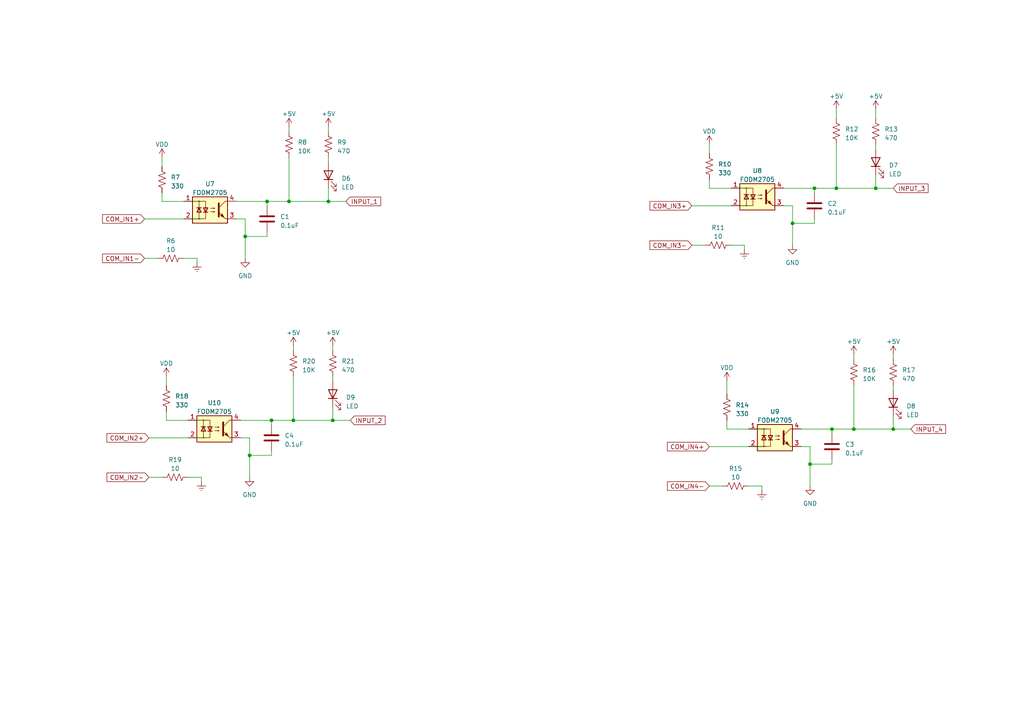
<source format=kicad_sch>
(kicad_sch (version 20230121) (generator eeschema)

  (uuid 8a3f0938-5ba0-401f-9f5f-74da1f998cab)

  (paper "A4")

  (lib_symbols
    (symbol "Device:C" (pin_numbers hide) (pin_names (offset 0.254)) (in_bom yes) (on_board yes)
      (property "Reference" "C" (at 0.635 2.54 0)
        (effects (font (size 1.27 1.27)) (justify left))
      )
      (property "Value" "C" (at 0.635 -2.54 0)
        (effects (font (size 1.27 1.27)) (justify left))
      )
      (property "Footprint" "" (at 0.9652 -3.81 0)
        (effects (font (size 1.27 1.27)) hide)
      )
      (property "Datasheet" "~" (at 0 0 0)
        (effects (font (size 1.27 1.27)) hide)
      )
      (property "ki_keywords" "cap capacitor" (at 0 0 0)
        (effects (font (size 1.27 1.27)) hide)
      )
      (property "ki_description" "Unpolarized capacitor" (at 0 0 0)
        (effects (font (size 1.27 1.27)) hide)
      )
      (property "ki_fp_filters" "C_*" (at 0 0 0)
        (effects (font (size 1.27 1.27)) hide)
      )
      (symbol "C_0_1"
        (polyline
          (pts
            (xy -2.032 -0.762)
            (xy 2.032 -0.762)
          )
          (stroke (width 0.508) (type default))
          (fill (type none))
        )
        (polyline
          (pts
            (xy -2.032 0.762)
            (xy 2.032 0.762)
          )
          (stroke (width 0.508) (type default))
          (fill (type none))
        )
      )
      (symbol "C_1_1"
        (pin passive line (at 0 3.81 270) (length 2.794)
          (name "~" (effects (font (size 1.27 1.27))))
          (number "1" (effects (font (size 1.27 1.27))))
        )
        (pin passive line (at 0 -3.81 90) (length 2.794)
          (name "~" (effects (font (size 1.27 1.27))))
          (number "2" (effects (font (size 1.27 1.27))))
        )
      )
    )
    (symbol "Device:LED" (pin_numbers hide) (pin_names (offset 1.016) hide) (in_bom yes) (on_board yes)
      (property "Reference" "D" (at 0 2.54 0)
        (effects (font (size 1.27 1.27)))
      )
      (property "Value" "LED" (at 0 -2.54 0)
        (effects (font (size 1.27 1.27)))
      )
      (property "Footprint" "" (at 0 0 0)
        (effects (font (size 1.27 1.27)) hide)
      )
      (property "Datasheet" "~" (at 0 0 0)
        (effects (font (size 1.27 1.27)) hide)
      )
      (property "ki_keywords" "LED diode" (at 0 0 0)
        (effects (font (size 1.27 1.27)) hide)
      )
      (property "ki_description" "Light emitting diode" (at 0 0 0)
        (effects (font (size 1.27 1.27)) hide)
      )
      (property "ki_fp_filters" "LED* LED_SMD:* LED_THT:*" (at 0 0 0)
        (effects (font (size 1.27 1.27)) hide)
      )
      (symbol "LED_0_1"
        (polyline
          (pts
            (xy -1.27 -1.27)
            (xy -1.27 1.27)
          )
          (stroke (width 0.254) (type default))
          (fill (type none))
        )
        (polyline
          (pts
            (xy -1.27 0)
            (xy 1.27 0)
          )
          (stroke (width 0) (type default))
          (fill (type none))
        )
        (polyline
          (pts
            (xy 1.27 -1.27)
            (xy 1.27 1.27)
            (xy -1.27 0)
            (xy 1.27 -1.27)
          )
          (stroke (width 0.254) (type default))
          (fill (type none))
        )
        (polyline
          (pts
            (xy -3.048 -0.762)
            (xy -4.572 -2.286)
            (xy -3.81 -2.286)
            (xy -4.572 -2.286)
            (xy -4.572 -1.524)
          )
          (stroke (width 0) (type default))
          (fill (type none))
        )
        (polyline
          (pts
            (xy -1.778 -0.762)
            (xy -3.302 -2.286)
            (xy -2.54 -2.286)
            (xy -3.302 -2.286)
            (xy -3.302 -1.524)
          )
          (stroke (width 0) (type default))
          (fill (type none))
        )
      )
      (symbol "LED_1_1"
        (pin passive line (at -3.81 0 0) (length 2.54)
          (name "K" (effects (font (size 1.27 1.27))))
          (number "1" (effects (font (size 1.27 1.27))))
        )
        (pin passive line (at 3.81 0 180) (length 2.54)
          (name "A" (effects (font (size 1.27 1.27))))
          (number "2" (effects (font (size 1.27 1.27))))
        )
      )
    )
    (symbol "Device:R_US" (pin_numbers hide) (pin_names (offset 0)) (in_bom yes) (on_board yes)
      (property "Reference" "R" (at 2.54 0 90)
        (effects (font (size 1.27 1.27)))
      )
      (property "Value" "R_US" (at -2.54 0 90)
        (effects (font (size 1.27 1.27)))
      )
      (property "Footprint" "" (at 1.016 -0.254 90)
        (effects (font (size 1.27 1.27)) hide)
      )
      (property "Datasheet" "~" (at 0 0 0)
        (effects (font (size 1.27 1.27)) hide)
      )
      (property "ki_keywords" "R res resistor" (at 0 0 0)
        (effects (font (size 1.27 1.27)) hide)
      )
      (property "ki_description" "Resistor, US symbol" (at 0 0 0)
        (effects (font (size 1.27 1.27)) hide)
      )
      (property "ki_fp_filters" "R_*" (at 0 0 0)
        (effects (font (size 1.27 1.27)) hide)
      )
      (symbol "R_US_0_1"
        (polyline
          (pts
            (xy 0 -2.286)
            (xy 0 -2.54)
          )
          (stroke (width 0) (type default))
          (fill (type none))
        )
        (polyline
          (pts
            (xy 0 2.286)
            (xy 0 2.54)
          )
          (stroke (width 0) (type default))
          (fill (type none))
        )
        (polyline
          (pts
            (xy 0 -0.762)
            (xy 1.016 -1.143)
            (xy 0 -1.524)
            (xy -1.016 -1.905)
            (xy 0 -2.286)
          )
          (stroke (width 0) (type default))
          (fill (type none))
        )
        (polyline
          (pts
            (xy 0 0.762)
            (xy 1.016 0.381)
            (xy 0 0)
            (xy -1.016 -0.381)
            (xy 0 -0.762)
          )
          (stroke (width 0) (type default))
          (fill (type none))
        )
        (polyline
          (pts
            (xy 0 2.286)
            (xy 1.016 1.905)
            (xy 0 1.524)
            (xy -1.016 1.143)
            (xy 0 0.762)
          )
          (stroke (width 0) (type default))
          (fill (type none))
        )
      )
      (symbol "R_US_1_1"
        (pin passive line (at 0 3.81 270) (length 1.27)
          (name "~" (effects (font (size 1.27 1.27))))
          (number "1" (effects (font (size 1.27 1.27))))
        )
        (pin passive line (at 0 -3.81 90) (length 1.27)
          (name "~" (effects (font (size 1.27 1.27))))
          (number "2" (effects (font (size 1.27 1.27))))
        )
      )
    )
    (symbol "nuevos simvolos:FODM2705" (in_bom yes) (on_board yes)
      (property "Reference" "U" (at 0 0 0)
        (effects (font (size 1.27 1.27)))
      )
      (property "Value" "FODM2705" (at 0 -1.8288 0)
        (effects (font (size 1.27 1.27)))
      )
      (property "Footprint" "nuevo simbolo:FODM2705" (at 0 0 0)
        (effects (font (size 1.27 1.27)) hide)
      )
      (property "Datasheet" "https://pdf1.alldatasheet.com/datasheet-pdf/view/176509/FAIRCHILD/FODM2705.html" (at 0 0 0)
        (effects (font (size 1.27 1.27)) hide)
      )
      (symbol "FODM2705_0_1"
        (rectangle (start -5.1308 8.9408) (end 5.0292 1.3208)
          (stroke (width 0.254) (type default))
          (fill (type background))
        )
        (circle (center -3.2258 2.5908) (radius 0.127)
          (stroke (width 0) (type default))
          (fill (type none))
        )
        (circle (center -3.2258 7.6708) (radius 0.127)
          (stroke (width 0) (type default))
          (fill (type none))
        )
        (polyline
          (pts
            (xy -3.8608 5.7658)
            (xy -2.5908 5.7658)
          )
          (stroke (width 0.254) (type default))
          (fill (type none))
        )
        (polyline
          (pts
            (xy -3.2258 4.4958)
            (xy -3.2258 2.5908)
          )
          (stroke (width 0) (type default))
          (fill (type none))
        )
        (polyline
          (pts
            (xy -3.2258 4.4958)
            (xy -3.2258 7.6708)
          )
          (stroke (width 0) (type default))
          (fill (type none))
        )
        (polyline
          (pts
            (xy -1.9558 4.4958)
            (xy -0.6858 4.4958)
          )
          (stroke (width 0.254) (type default))
          (fill (type none))
        )
        (polyline
          (pts
            (xy 2.4892 5.7658)
            (xy 4.3942 7.6708)
          )
          (stroke (width 0) (type default))
          (fill (type none))
        )
        (polyline
          (pts
            (xy 4.3942 2.5908)
            (xy 2.4892 4.4958)
          )
          (stroke (width 0) (type default))
          (fill (type outline))
        )
        (polyline
          (pts
            (xy 4.3942 2.5908)
            (xy 5.0292 2.5908)
          )
          (stroke (width 0) (type default))
          (fill (type none))
        )
        (polyline
          (pts
            (xy 4.3942 7.6708)
            (xy 5.0292 7.6708)
          )
          (stroke (width 0) (type default))
          (fill (type none))
        )
        (polyline
          (pts
            (xy -5.1308 7.6708)
            (xy -1.3208 7.6708)
            (xy -1.3208 4.4958)
          )
          (stroke (width 0) (type default))
          (fill (type none))
        )
        (polyline
          (pts
            (xy -1.3208 4.4958)
            (xy -1.3208 2.5908)
            (xy -5.1308 2.5908)
          )
          (stroke (width 0) (type default))
          (fill (type none))
        )
        (polyline
          (pts
            (xy 2.4892 7.0358)
            (xy 2.4892 3.2258)
            (xy 2.4892 3.2258)
          )
          (stroke (width 0.508) (type default))
          (fill (type none))
        )
        (polyline
          (pts
            (xy -3.2258 5.7658)
            (xy -3.8608 4.4958)
            (xy -2.5908 4.4958)
            (xy -3.2258 5.7658)
          )
          (stroke (width 0.254) (type default))
          (fill (type none))
        )
        (polyline
          (pts
            (xy -1.3208 4.4958)
            (xy -1.9558 5.7658)
            (xy -0.6858 5.7658)
            (xy -1.3208 4.4958)
          )
          (stroke (width 0.254) (type default))
          (fill (type none))
        )
        (polyline
          (pts
            (xy 0.0762 4.6228)
            (xy 1.3462 4.6228)
            (xy 0.9652 4.4958)
            (xy 0.9652 4.7498)
            (xy 1.3462 4.6228)
          )
          (stroke (width 0) (type default))
          (fill (type none))
        )
        (polyline
          (pts
            (xy 0.0762 5.6388)
            (xy 1.3462 5.6388)
            (xy 0.9652 5.5118)
            (xy 0.9652 5.7658)
            (xy 1.3462 5.6388)
          )
          (stroke (width 0) (type default))
          (fill (type none))
        )
        (polyline
          (pts
            (xy 2.9972 3.4798)
            (xy 3.5052 3.9878)
            (xy 4.0132 2.9718)
            (xy 2.9972 3.4798)
            (xy 2.9972 3.4798)
          )
          (stroke (width 0) (type default))
          (fill (type outline))
        )
      )
      (symbol "FODM2705_1_1"
        (pin passive line (at -7.6708 7.6708 0) (length 2.54)
          (name "~" (effects (font (size 1.27 1.27))))
          (number "1" (effects (font (size 1.27 1.27))))
        )
        (pin passive line (at -7.6708 2.5908 0) (length 2.54)
          (name "~" (effects (font (size 1.27 1.27))))
          (number "2" (effects (font (size 1.27 1.27))))
        )
        (pin passive line (at 7.5692 2.5908 180) (length 2.54)
          (name "~" (effects (font (size 1.27 1.27))))
          (number "3" (effects (font (size 1.27 1.27))))
        )
        (pin passive line (at 7.5692 7.6708 180) (length 2.54)
          (name "~" (effects (font (size 1.27 1.27))))
          (number "4" (effects (font (size 1.27 1.27))))
        )
      )
    )
    (symbol "power:+5V" (power) (pin_names (offset 0)) (in_bom yes) (on_board yes)
      (property "Reference" "#PWR" (at 0 -3.81 0)
        (effects (font (size 1.27 1.27)) hide)
      )
      (property "Value" "+5V" (at 0 3.556 0)
        (effects (font (size 1.27 1.27)))
      )
      (property "Footprint" "" (at 0 0 0)
        (effects (font (size 1.27 1.27)) hide)
      )
      (property "Datasheet" "" (at 0 0 0)
        (effects (font (size 1.27 1.27)) hide)
      )
      (property "ki_keywords" "global power" (at 0 0 0)
        (effects (font (size 1.27 1.27)) hide)
      )
      (property "ki_description" "Power symbol creates a global label with name \"+5V\"" (at 0 0 0)
        (effects (font (size 1.27 1.27)) hide)
      )
      (symbol "+5V_0_1"
        (polyline
          (pts
            (xy -0.762 1.27)
            (xy 0 2.54)
          )
          (stroke (width 0) (type default))
          (fill (type none))
        )
        (polyline
          (pts
            (xy 0 0)
            (xy 0 2.54)
          )
          (stroke (width 0) (type default))
          (fill (type none))
        )
        (polyline
          (pts
            (xy 0 2.54)
            (xy 0.762 1.27)
          )
          (stroke (width 0) (type default))
          (fill (type none))
        )
      )
      (symbol "+5V_1_1"
        (pin power_in line (at 0 0 90) (length 0) hide
          (name "+5V" (effects (font (size 1.27 1.27))))
          (number "1" (effects (font (size 1.27 1.27))))
        )
      )
    )
    (symbol "power:Earth" (power) (pin_names (offset 0)) (in_bom yes) (on_board yes)
      (property "Reference" "#PWR" (at 0 -6.35 0)
        (effects (font (size 1.27 1.27)) hide)
      )
      (property "Value" "Earth" (at 0 -3.81 0)
        (effects (font (size 1.27 1.27)) hide)
      )
      (property "Footprint" "" (at 0 0 0)
        (effects (font (size 1.27 1.27)) hide)
      )
      (property "Datasheet" "~" (at 0 0 0)
        (effects (font (size 1.27 1.27)) hide)
      )
      (property "ki_keywords" "global ground gnd" (at 0 0 0)
        (effects (font (size 1.27 1.27)) hide)
      )
      (property "ki_description" "Power symbol creates a global label with name \"Earth\"" (at 0 0 0)
        (effects (font (size 1.27 1.27)) hide)
      )
      (symbol "Earth_0_1"
        (polyline
          (pts
            (xy -0.635 -1.905)
            (xy 0.635 -1.905)
          )
          (stroke (width 0) (type default))
          (fill (type none))
        )
        (polyline
          (pts
            (xy -0.127 -2.54)
            (xy 0.127 -2.54)
          )
          (stroke (width 0) (type default))
          (fill (type none))
        )
        (polyline
          (pts
            (xy 0 -1.27)
            (xy 0 0)
          )
          (stroke (width 0) (type default))
          (fill (type none))
        )
        (polyline
          (pts
            (xy 1.27 -1.27)
            (xy -1.27 -1.27)
          )
          (stroke (width 0) (type default))
          (fill (type none))
        )
      )
      (symbol "Earth_1_1"
        (pin power_in line (at 0 0 270) (length 0) hide
          (name "Earth" (effects (font (size 1.27 1.27))))
          (number "1" (effects (font (size 1.27 1.27))))
        )
      )
    )
    (symbol "power:GND" (power) (pin_names (offset 0)) (in_bom yes) (on_board yes)
      (property "Reference" "#PWR" (at 0 -6.35 0)
        (effects (font (size 1.27 1.27)) hide)
      )
      (property "Value" "GND" (at 0 -3.81 0)
        (effects (font (size 1.27 1.27)))
      )
      (property "Footprint" "" (at 0 0 0)
        (effects (font (size 1.27 1.27)) hide)
      )
      (property "Datasheet" "" (at 0 0 0)
        (effects (font (size 1.27 1.27)) hide)
      )
      (property "ki_keywords" "global power" (at 0 0 0)
        (effects (font (size 1.27 1.27)) hide)
      )
      (property "ki_description" "Power symbol creates a global label with name \"GND\" , ground" (at 0 0 0)
        (effects (font (size 1.27 1.27)) hide)
      )
      (symbol "GND_0_1"
        (polyline
          (pts
            (xy 0 0)
            (xy 0 -1.27)
            (xy 1.27 -1.27)
            (xy 0 -2.54)
            (xy -1.27 -1.27)
            (xy 0 -1.27)
          )
          (stroke (width 0) (type default))
          (fill (type none))
        )
      )
      (symbol "GND_1_1"
        (pin power_in line (at 0 0 270) (length 0) hide
          (name "GND" (effects (font (size 1.27 1.27))))
          (number "1" (effects (font (size 1.27 1.27))))
        )
      )
    )
    (symbol "power:VDD" (power) (pin_names (offset 0)) (in_bom yes) (on_board yes)
      (property "Reference" "#PWR" (at 0 -3.81 0)
        (effects (font (size 1.27 1.27)) hide)
      )
      (property "Value" "VDD" (at 0 3.81 0)
        (effects (font (size 1.27 1.27)))
      )
      (property "Footprint" "" (at 0 0 0)
        (effects (font (size 1.27 1.27)) hide)
      )
      (property "Datasheet" "" (at 0 0 0)
        (effects (font (size 1.27 1.27)) hide)
      )
      (property "ki_keywords" "global power" (at 0 0 0)
        (effects (font (size 1.27 1.27)) hide)
      )
      (property "ki_description" "Power symbol creates a global label with name \"VDD\"" (at 0 0 0)
        (effects (font (size 1.27 1.27)) hide)
      )
      (symbol "VDD_0_1"
        (polyline
          (pts
            (xy -0.762 1.27)
            (xy 0 2.54)
          )
          (stroke (width 0) (type default))
          (fill (type none))
        )
        (polyline
          (pts
            (xy 0 0)
            (xy 0 2.54)
          )
          (stroke (width 0) (type default))
          (fill (type none))
        )
        (polyline
          (pts
            (xy 0 2.54)
            (xy 0.762 1.27)
          )
          (stroke (width 0) (type default))
          (fill (type none))
        )
      )
      (symbol "VDD_1_1"
        (pin power_in line (at 0 0 90) (length 0) hide
          (name "VDD" (effects (font (size 1.27 1.27))))
          (number "1" (effects (font (size 1.27 1.27))))
        )
      )
    )
  )

  (junction (at 259.08 124.46) (diameter 0) (color 0 0 0 0)
    (uuid 03d121b3-a302-4e55-9b31-b56bd504d308)
  )
  (junction (at 236.22 54.61) (diameter 0) (color 0 0 0 0)
    (uuid 128b9b96-0a89-4968-8fa0-9405a22e2a0a)
  )
  (junction (at 83.82 58.42) (diameter 0) (color 0 0 0 0)
    (uuid 25af7318-11be-4e53-99ae-ad0150bbaae1)
  )
  (junction (at 234.95 134.62) (diameter 0) (color 0 0 0 0)
    (uuid 3c3e7af0-64ab-4330-92da-8109ba3686a4)
  )
  (junction (at 95.25 58.42) (diameter 0) (color 0 0 0 0)
    (uuid 5b9bbf5e-8215-4f9c-b74d-5460a2f4b973)
  )
  (junction (at 254 54.61) (diameter 0) (color 0 0 0 0)
    (uuid 634580a5-7123-4895-bf3f-813cb7374989)
  )
  (junction (at 85.09 121.92) (diameter 0) (color 0 0 0 0)
    (uuid 64d79069-e5f1-4bcd-94d3-b53570214273)
  )
  (junction (at 241.3 124.46) (diameter 0) (color 0 0 0 0)
    (uuid 6cf33146-62c1-44fc-bca8-731284933510)
  )
  (junction (at 96.52 121.92) (diameter 0) (color 0 0 0 0)
    (uuid 74f9e0d7-4a61-407d-92a5-5ccbff2b130f)
  )
  (junction (at 78.74 121.92) (diameter 0) (color 0 0 0 0)
    (uuid 885e5e13-f03e-4ad7-8935-460a1ae51965)
  )
  (junction (at 247.65 124.46) (diameter 0) (color 0 0 0 0)
    (uuid 9b81efbf-3692-4082-8898-bf035aef12f2)
  )
  (junction (at 77.47 58.42) (diameter 0) (color 0 0 0 0)
    (uuid af7805be-1e77-48ba-a4fb-156ef4e9a8a2)
  )
  (junction (at 242.57 54.61) (diameter 0) (color 0 0 0 0)
    (uuid b1555270-5267-454e-9760-bab80e3b45bd)
  )
  (junction (at 229.87 64.77) (diameter 0) (color 0 0 0 0)
    (uuid f3181750-7048-41dd-8f61-6ae7b79d50eb)
  )
  (junction (at 71.12 68.58) (diameter 0) (color 0 0 0 0)
    (uuid fb655bf9-0961-4c23-b7b6-85c18daef556)
  )
  (junction (at 72.39 132.08) (diameter 0) (color 0 0 0 0)
    (uuid fc687c8c-aa6a-442d-9355-bf9bddedde8d)
  )

  (wire (pts (xy 212.09 71.12) (xy 215.9 71.12))
    (stroke (width 0) (type default))
    (uuid 07384742-7ae1-471a-96a0-e0887fcce727)
  )
  (wire (pts (xy 227.33 54.61) (xy 236.22 54.61))
    (stroke (width 0) (type default))
    (uuid 0845d943-7927-4d01-80bc-aec0ad990ca1)
  )
  (wire (pts (xy 58.42 58.42) (xy 46.99 58.42))
    (stroke (width 0) (type default))
    (uuid 0bd47855-e52b-4547-b727-4ab1807ecbc0)
  )
  (wire (pts (xy 41.91 63.5) (xy 58.42 63.5))
    (stroke (width 0) (type default))
    (uuid 14457774-18ee-45fe-a442-b6d410121dd8)
  )
  (wire (pts (xy 241.3 133.35) (xy 241.3 134.62))
    (stroke (width 0) (type default))
    (uuid 14891b1d-356c-41f3-baac-f6710cfcb0ed)
  )
  (wire (pts (xy 259.08 111.76) (xy 259.08 113.03))
    (stroke (width 0) (type default))
    (uuid 16ddc121-d5c4-4dfa-9e6f-593d32be3dfb)
  )
  (wire (pts (xy 247.65 102.87) (xy 247.65 104.14))
    (stroke (width 0) (type default))
    (uuid 170a126f-e026-432c-8102-22ac9add05ce)
  )
  (wire (pts (xy 241.3 134.62) (xy 234.95 134.62))
    (stroke (width 0) (type default))
    (uuid 179f407d-9bb9-4734-acda-a8bbcb1ffe3c)
  )
  (wire (pts (xy 232.41 124.46) (xy 241.3 124.46))
    (stroke (width 0) (type default))
    (uuid 187c90ca-2b2a-4404-81e3-d06f2225f65c)
  )
  (wire (pts (xy 217.17 140.97) (xy 220.98 140.97))
    (stroke (width 0) (type default))
    (uuid 1b4ab8bd-a76e-4d2b-8937-365c13d340b3)
  )
  (wire (pts (xy 227.33 59.69) (xy 229.87 59.69))
    (stroke (width 0) (type default))
    (uuid 1c02df4c-48fc-4407-b222-ecceaff56a27)
  )
  (wire (pts (xy 222.25 124.46) (xy 210.82 124.46))
    (stroke (width 0) (type default))
    (uuid 1c4c233b-9ee6-4a90-a7c0-2bc3caf54702)
  )
  (wire (pts (xy 254 41.91) (xy 254 43.18))
    (stroke (width 0) (type default))
    (uuid 1e8d7217-bf8e-463a-be68-52a623d19de2)
  )
  (wire (pts (xy 95.25 54.61) (xy 95.25 58.42))
    (stroke (width 0) (type default))
    (uuid 1e9942c8-8abc-40a7-9618-5d6579fbb336)
  )
  (wire (pts (xy 220.98 140.97) (xy 220.98 142.24))
    (stroke (width 0) (type default))
    (uuid 24ada8bb-23e8-4517-8d2c-38affe83b713)
  )
  (wire (pts (xy 205.74 54.61) (xy 205.74 52.07))
    (stroke (width 0) (type default))
    (uuid 2710bc98-9eda-4eb4-a99a-a626b1ab44cb)
  )
  (wire (pts (xy 242.57 41.91) (xy 242.57 54.61))
    (stroke (width 0) (type default))
    (uuid 2ac05288-f59b-42d8-a8fa-d6ea0b6ec22b)
  )
  (wire (pts (xy 259.08 124.46) (xy 264.16 124.46))
    (stroke (width 0) (type default))
    (uuid 34a38b1b-c6ce-4cf2-b110-34eda29bfb32)
  )
  (wire (pts (xy 58.42 138.43) (xy 58.42 139.7))
    (stroke (width 0) (type default))
    (uuid 3846d76d-bb0b-45fa-81c3-373105056bbf)
  )
  (wire (pts (xy 59.69 121.92) (xy 48.26 121.92))
    (stroke (width 0) (type default))
    (uuid 39dd0c05-224a-45a4-a454-17563e6f8953)
  )
  (wire (pts (xy 78.74 132.08) (xy 72.39 132.08))
    (stroke (width 0) (type default))
    (uuid 3b72d9ad-a055-4306-8fd9-a8ee3921b76f)
  )
  (wire (pts (xy 48.26 121.92) (xy 48.26 119.38))
    (stroke (width 0) (type default))
    (uuid 41520043-41e4-46dd-a6a3-0a5446c41873)
  )
  (wire (pts (xy 54.61 138.43) (xy 58.42 138.43))
    (stroke (width 0) (type default))
    (uuid 41ade284-99fe-496c-b3f7-12f852cfb29a)
  )
  (wire (pts (xy 53.34 74.93) (xy 57.15 74.93))
    (stroke (width 0) (type default))
    (uuid 42262a74-c0ef-4bc7-838e-119ffdf3f165)
  )
  (wire (pts (xy 96.52 121.92) (xy 101.6 121.92))
    (stroke (width 0) (type default))
    (uuid 4341c340-56c7-48ca-b640-46db8a4339b2)
  )
  (wire (pts (xy 71.12 63.5) (xy 71.12 68.58))
    (stroke (width 0) (type default))
    (uuid 44b2df15-b1ad-4248-91f6-7399b1079260)
  )
  (wire (pts (xy 95.25 36.83) (xy 95.25 38.1))
    (stroke (width 0) (type default))
    (uuid 4a51910d-67a0-4450-aca4-8f45a718ebf5)
  )
  (wire (pts (xy 200.66 71.12) (xy 204.47 71.12))
    (stroke (width 0) (type default))
    (uuid 4db62054-68e3-43b6-b692-0525ecb00bc0)
  )
  (wire (pts (xy 242.57 31.75) (xy 242.57 34.29))
    (stroke (width 0) (type default))
    (uuid 4e81babe-c573-4e83-b6e1-cfeb6665faef)
  )
  (wire (pts (xy 254 54.61) (xy 259.08 54.61))
    (stroke (width 0) (type default))
    (uuid 4e92b109-5afd-49d1-89f5-7004466c13ae)
  )
  (wire (pts (xy 96.52 109.22) (xy 96.52 110.49))
    (stroke (width 0) (type default))
    (uuid 4f891cdb-a85c-4b26-8b7b-5aab63f3369d)
  )
  (wire (pts (xy 236.22 64.77) (xy 229.87 64.77))
    (stroke (width 0) (type default))
    (uuid 555290bf-fbc5-4714-854c-da2b0c200fd0)
  )
  (wire (pts (xy 78.74 121.92) (xy 78.74 123.19))
    (stroke (width 0) (type default))
    (uuid 5c2e7cb9-97c6-4384-a9cd-1fe61521f52f)
  )
  (wire (pts (xy 78.74 121.92) (xy 85.09 121.92))
    (stroke (width 0) (type default))
    (uuid 60ab3ae0-e8c5-439e-bc88-22ee7fdae00e)
  )
  (wire (pts (xy 232.41 129.54) (xy 234.95 129.54))
    (stroke (width 0) (type default))
    (uuid 614053c0-3a07-4758-b4e4-45b725b0601d)
  )
  (wire (pts (xy 83.82 58.42) (xy 95.25 58.42))
    (stroke (width 0) (type default))
    (uuid 63a113ed-c183-45d9-aa19-f1603c1fe2a9)
  )
  (wire (pts (xy 46.99 45.72) (xy 46.99 48.26))
    (stroke (width 0) (type default))
    (uuid 6b51b8a3-7f85-400e-a48b-36eb1e543e9b)
  )
  (wire (pts (xy 254 50.8) (xy 254 54.61))
    (stroke (width 0) (type default))
    (uuid 6b89e1ec-4223-404a-8eb0-dc789a069088)
  )
  (wire (pts (xy 77.47 68.58) (xy 71.12 68.58))
    (stroke (width 0) (type default))
    (uuid 70a7f855-bd49-41ac-b641-de00ced021b2)
  )
  (wire (pts (xy 247.65 111.76) (xy 247.65 124.46))
    (stroke (width 0) (type default))
    (uuid 71eb62ec-74c1-45d7-bc3d-f78e17148450)
  )
  (wire (pts (xy 210.82 124.46) (xy 210.82 121.92))
    (stroke (width 0) (type default))
    (uuid 72eed68d-6097-4827-9bcd-449a595f9595)
  )
  (wire (pts (xy 83.82 36.83) (xy 83.82 38.1))
    (stroke (width 0) (type default))
    (uuid 79d91a6a-279a-4800-8071-5de5ee02f9a9)
  )
  (wire (pts (xy 247.65 124.46) (xy 259.08 124.46))
    (stroke (width 0) (type default))
    (uuid 7aefb059-6f7f-4cf6-a7f4-5b850908c0c2)
  )
  (wire (pts (xy 254 31.75) (xy 254 34.29))
    (stroke (width 0) (type default))
    (uuid 7b2d9d51-aace-4cb9-ab36-f8b51c50427c)
  )
  (wire (pts (xy 205.74 41.91) (xy 205.74 44.45))
    (stroke (width 0) (type default))
    (uuid 7ff35798-8d77-40e8-8769-a99f3ebacf6f)
  )
  (wire (pts (xy 236.22 54.61) (xy 236.22 55.88))
    (stroke (width 0) (type default))
    (uuid 8238828b-7617-4f72-a1ce-afd7eb28a6d6)
  )
  (wire (pts (xy 43.18 138.43) (xy 46.99 138.43))
    (stroke (width 0) (type default))
    (uuid 825d7f24-554e-4764-991b-bfb2142876e7)
  )
  (wire (pts (xy 85.09 121.92) (xy 96.52 121.92))
    (stroke (width 0) (type default))
    (uuid 83202fd6-8e12-42d0-ad4b-f93c0f190881)
  )
  (wire (pts (xy 48.26 109.22) (xy 48.26 111.76))
    (stroke (width 0) (type default))
    (uuid 900e9653-62b5-4e9b-bdbc-cd8f120e277e)
  )
  (wire (pts (xy 242.57 54.61) (xy 254 54.61))
    (stroke (width 0) (type default))
    (uuid 90193f74-5162-4406-a9ce-0d10fff41ddf)
  )
  (wire (pts (xy 200.66 59.69) (xy 217.17 59.69))
    (stroke (width 0) (type default))
    (uuid 95e5d52e-e499-4ed1-a207-32401c5398ce)
  )
  (wire (pts (xy 77.47 58.42) (xy 83.82 58.42))
    (stroke (width 0) (type default))
    (uuid 976d58db-0e78-4dd0-bd60-883d79096dc1)
  )
  (wire (pts (xy 259.08 102.87) (xy 259.08 104.14))
    (stroke (width 0) (type default))
    (uuid 994290f5-57a3-4c75-9e8c-aea50f37e9b9)
  )
  (wire (pts (xy 41.91 74.93) (xy 45.72 74.93))
    (stroke (width 0) (type default))
    (uuid 99bdf688-f9cb-41a1-8821-f005ef499d5d)
  )
  (wire (pts (xy 241.3 124.46) (xy 241.3 125.73))
    (stroke (width 0) (type default))
    (uuid 9a2175d0-0a58-4474-9cda-e2175c4a1ac7)
  )
  (wire (pts (xy 85.09 109.22) (xy 85.09 121.92))
    (stroke (width 0) (type default))
    (uuid a21fdeae-4b1f-4d29-89bc-833d32a1164f)
  )
  (wire (pts (xy 57.15 74.93) (xy 57.15 76.2))
    (stroke (width 0) (type default))
    (uuid a60f3ae7-b187-4fb3-8a45-224851864a1c)
  )
  (wire (pts (xy 78.74 130.81) (xy 78.74 132.08))
    (stroke (width 0) (type default))
    (uuid a7842a93-d306-4170-9126-d6fd1f0fa6fc)
  )
  (wire (pts (xy 95.25 45.72) (xy 95.25 46.99))
    (stroke (width 0) (type default))
    (uuid a876ef25-21bf-4631-9fd1-aed1df917d25)
  )
  (wire (pts (xy 234.95 129.54) (xy 234.95 134.62))
    (stroke (width 0) (type default))
    (uuid a9ccfa56-7bcc-4197-9910-933acd40f41e)
  )
  (wire (pts (xy 69.85 121.92) (xy 78.74 121.92))
    (stroke (width 0) (type default))
    (uuid af098097-6088-4396-9474-846315a69795)
  )
  (wire (pts (xy 85.09 100.33) (xy 85.09 101.6))
    (stroke (width 0) (type default))
    (uuid b1ff2071-e1f0-4682-af02-ffc1af0128cf)
  )
  (wire (pts (xy 77.47 58.42) (xy 77.47 59.69))
    (stroke (width 0) (type default))
    (uuid b216be6c-1d4d-449b-89ed-71320bdddfe9)
  )
  (wire (pts (xy 72.39 132.08) (xy 72.39 138.43))
    (stroke (width 0) (type default))
    (uuid b544bd5f-2129-48a8-89b0-ab7baa96db6d)
  )
  (wire (pts (xy 205.74 140.97) (xy 209.55 140.97))
    (stroke (width 0) (type default))
    (uuid bb926395-8cf5-4671-ae3d-45cdf6979404)
  )
  (wire (pts (xy 77.47 67.31) (xy 77.47 68.58))
    (stroke (width 0) (type default))
    (uuid bee9458b-099a-4557-bf6b-03be16a88bb0)
  )
  (wire (pts (xy 205.74 129.54) (xy 222.25 129.54))
    (stroke (width 0) (type default))
    (uuid bf045664-ceb2-4e4f-9399-7f3337c40b96)
  )
  (wire (pts (xy 72.39 127) (xy 72.39 132.08))
    (stroke (width 0) (type default))
    (uuid c6fa6b4b-56e8-4faf-9883-77fda6d95602)
  )
  (wire (pts (xy 68.58 63.5) (xy 71.12 63.5))
    (stroke (width 0) (type default))
    (uuid c77143f3-4a98-49a6-9aab-fef2327e4f1f)
  )
  (wire (pts (xy 210.82 110.49) (xy 210.82 114.3))
    (stroke (width 0) (type default))
    (uuid c99be868-f97e-4449-ae5a-eb108d3afa70)
  )
  (wire (pts (xy 43.18 127) (xy 59.69 127))
    (stroke (width 0) (type default))
    (uuid cafedc04-ab36-44fc-96f4-cdd44dfacb03)
  )
  (wire (pts (xy 236.22 54.61) (xy 242.57 54.61))
    (stroke (width 0) (type default))
    (uuid cb6f4120-ec5c-4801-a7b3-fc6db4e9e183)
  )
  (wire (pts (xy 69.85 127) (xy 72.39 127))
    (stroke (width 0) (type default))
    (uuid cd3a4b44-0345-49e0-8415-f72709ddd0d0)
  )
  (wire (pts (xy 241.3 124.46) (xy 247.65 124.46))
    (stroke (width 0) (type default))
    (uuid cf34dc61-e72f-4811-80b7-6fb1d69eddb1)
  )
  (wire (pts (xy 95.25 58.42) (xy 100.33 58.42))
    (stroke (width 0) (type default))
    (uuid d4fa9707-30de-4c1a-8d83-6363ecc5c698)
  )
  (wire (pts (xy 68.58 58.42) (xy 77.47 58.42))
    (stroke (width 0) (type default))
    (uuid d6397d93-c31b-4261-b8c4-4b656a508bb3)
  )
  (wire (pts (xy 229.87 59.69) (xy 229.87 64.77))
    (stroke (width 0) (type default))
    (uuid e36f0aa4-fba6-40eb-9960-5033c01de731)
  )
  (wire (pts (xy 71.12 68.58) (xy 71.12 74.93))
    (stroke (width 0) (type default))
    (uuid e867a516-ddbe-423a-adbb-e9e172cb57a8)
  )
  (wire (pts (xy 215.9 71.12) (xy 215.9 72.39))
    (stroke (width 0) (type default))
    (uuid e959c04c-8ffb-46e8-b01e-bc72a5546b18)
  )
  (wire (pts (xy 236.22 63.5) (xy 236.22 64.77))
    (stroke (width 0) (type default))
    (uuid ebdb17f6-1110-48f5-bd16-bdae95839498)
  )
  (wire (pts (xy 259.08 120.65) (xy 259.08 124.46))
    (stroke (width 0) (type default))
    (uuid f03676cc-0fdf-46b6-8a78-acadf1ee6f3d)
  )
  (wire (pts (xy 46.99 58.42) (xy 46.99 55.88))
    (stroke (width 0) (type default))
    (uuid f2775f08-a785-41c4-a6c2-f2bd3190c47e)
  )
  (wire (pts (xy 83.82 45.72) (xy 83.82 58.42))
    (stroke (width 0) (type default))
    (uuid f2a3674b-55d0-4f76-bcf7-b7336a18d852)
  )
  (wire (pts (xy 96.52 118.11) (xy 96.52 121.92))
    (stroke (width 0) (type default))
    (uuid f532842b-532b-45d5-810c-3b0fafb2887d)
  )
  (wire (pts (xy 217.17 54.61) (xy 205.74 54.61))
    (stroke (width 0) (type default))
    (uuid f6744984-a323-4b18-b26e-0ec560a8ca06)
  )
  (wire (pts (xy 96.52 100.33) (xy 96.52 101.6))
    (stroke (width 0) (type default))
    (uuid f760b831-0df3-4d22-9ebc-489b91205284)
  )
  (wire (pts (xy 234.95 134.62) (xy 234.95 140.97))
    (stroke (width 0) (type default))
    (uuid f7edbf15-94b5-471f-b4b1-9dd621eb5b0f)
  )
  (wire (pts (xy 229.87 64.77) (xy 229.87 71.12))
    (stroke (width 0) (type default))
    (uuid fe40f74e-4cff-4490-b449-242248f130ab)
  )

  (global_label "COM_IN4+" (shape input) (at 205.74 129.54 180) (fields_autoplaced)
    (effects (font (size 1.27 1.27)) (justify right))
    (uuid 14da0f5e-2b83-4c50-8245-b5df2b2f021e)
    (property "Intersheetrefs" "${INTERSHEET_REFS}" (at 193.0975 129.54 0)
      (effects (font (size 1.27 1.27)) (justify right) hide)
    )
  )
  (global_label "COM_IN1-" (shape input) (at 41.91 74.93 180) (fields_autoplaced)
    (effects (font (size 1.27 1.27)) (justify right))
    (uuid 389968f4-4c11-4e76-b682-d838977330d1)
    (property "Intersheetrefs" "${INTERSHEET_REFS}" (at 29.2675 74.93 0)
      (effects (font (size 1.27 1.27)) (justify right) hide)
    )
  )
  (global_label "COM_IN4-" (shape input) (at 205.74 140.97 180) (fields_autoplaced)
    (effects (font (size 1.27 1.27)) (justify right))
    (uuid 3997142f-41a5-4048-8865-07143fb46d0c)
    (property "Intersheetrefs" "${INTERSHEET_REFS}" (at 193.0975 140.97 0)
      (effects (font (size 1.27 1.27)) (justify right) hide)
    )
  )
  (global_label "COM_IN3+" (shape input) (at 200.66 59.69 180) (fields_autoplaced)
    (effects (font (size 1.27 1.27)) (justify right))
    (uuid 39ab9ead-8da1-4794-8178-0b4c4fe6f381)
    (property "Intersheetrefs" "${INTERSHEET_REFS}" (at 188.0175 59.69 0)
      (effects (font (size 1.27 1.27)) (justify right) hide)
    )
  )
  (global_label "COM_IN3-" (shape input) (at 200.66 71.12 180) (fields_autoplaced)
    (effects (font (size 1.27 1.27)) (justify right))
    (uuid 45676ce5-29eb-47de-8e47-0c7b90b07b66)
    (property "Intersheetrefs" "${INTERSHEET_REFS}" (at 188.0175 71.12 0)
      (effects (font (size 1.27 1.27)) (justify right) hide)
    )
  )
  (global_label "INPUT_2" (shape input) (at 101.6 121.92 0) (fields_autoplaced)
    (effects (font (size 1.27 1.27)) (justify left))
    (uuid 48775b26-6649-49f1-af64-3124c4448b70)
    (property "Intersheetrefs" "${INTERSHEET_REFS}" (at 112.1863 121.92 0)
      (effects (font (size 1.27 1.27)) (justify left) hide)
    )
  )
  (global_label "COM_IN1+" (shape input) (at 41.91 63.5 180) (fields_autoplaced)
    (effects (font (size 1.27 1.27)) (justify right))
    (uuid 4c3da88e-e512-4573-a87b-9698fa1edd1c)
    (property "Intersheetrefs" "${INTERSHEET_REFS}" (at 29.2675 63.5 0)
      (effects (font (size 1.27 1.27)) (justify right) hide)
    )
  )
  (global_label "INPUT_3" (shape input) (at 259.08 54.61 0) (fields_autoplaced)
    (effects (font (size 1.27 1.27)) (justify left))
    (uuid 8a5b87da-3cb4-4d6d-8f0b-3991b42dec4b)
    (property "Intersheetrefs" "${INTERSHEET_REFS}" (at 269.6663 54.61 0)
      (effects (font (size 1.27 1.27)) (justify left) hide)
    )
  )
  (global_label "COM_IN2+" (shape input) (at 43.18 127 180) (fields_autoplaced)
    (effects (font (size 1.27 1.27)) (justify right))
    (uuid a4925142-ce36-4890-a3e7-2e8c0a745a5c)
    (property "Intersheetrefs" "${INTERSHEET_REFS}" (at 30.5375 127 0)
      (effects (font (size 1.27 1.27)) (justify right) hide)
    )
  )
  (global_label "COM_IN2-" (shape input) (at 43.18 138.43 180) (fields_autoplaced)
    (effects (font (size 1.27 1.27)) (justify right))
    (uuid b0dcefd5-8226-4cf7-a522-18df41e96ee0)
    (property "Intersheetrefs" "${INTERSHEET_REFS}" (at 30.5375 138.43 0)
      (effects (font (size 1.27 1.27)) (justify right) hide)
    )
  )
  (global_label "INPUT_4" (shape input) (at 264.16 124.46 0) (fields_autoplaced)
    (effects (font (size 1.27 1.27)) (justify left))
    (uuid db0e7e82-fc9c-47c4-adae-e0161bcf41d2)
    (property "Intersheetrefs" "${INTERSHEET_REFS}" (at 274.7463 124.46 0)
      (effects (font (size 1.27 1.27)) (justify left) hide)
    )
  )
  (global_label "INPUT_1" (shape input) (at 100.33 58.42 0) (fields_autoplaced)
    (effects (font (size 1.27 1.27)) (justify left))
    (uuid ef3d221d-94e8-4603-bbad-83a0baa737c2)
    (property "Intersheetrefs" "${INTERSHEET_REFS}" (at 110.9163 58.42 0)
      (effects (font (size 1.27 1.27)) (justify left) hide)
    )
  )

  (symbol (lib_id "power:Earth") (at 57.15 76.2 0) (unit 1)
    (in_bom yes) (on_board yes) (dnp no) (fields_autoplaced)
    (uuid 015cf2c9-69c0-483a-b7b7-47d8330a6431)
    (property "Reference" "#PWR01" (at 57.15 82.55 0)
      (effects (font (size 1.27 1.27)) hide)
    )
    (property "Value" "Earth" (at 57.15 80.01 0)
      (effects (font (size 1.27 1.27)) hide)
    )
    (property "Footprint" "" (at 57.15 76.2 0)
      (effects (font (size 1.27 1.27)) hide)
    )
    (property "Datasheet" "~" (at 57.15 76.2 0)
      (effects (font (size 1.27 1.27)) hide)
    )
    (pin "1" (uuid 4b823fae-b7b5-49af-9e29-e91e605d9ea3))
    (instances
      (project "proyeto"
        (path "/b66868b8-c283-4ef1-82e8-af9f092560ee/a72b2232-0de7-4df7-b592-ee0f1cdb2f92/054f6b74-88b3-43de-9dfd-a167a9a71e86"
          (reference "#PWR01") (unit 1)
        )
      )
    )
  )

  (symbol (lib_id "power:VDD") (at 48.26 109.22 0) (unit 1)
    (in_bom yes) (on_board yes) (dnp no) (fields_autoplaced)
    (uuid 02b7c44d-e684-45dd-8c2b-1ccca5116a84)
    (property "Reference" "#PWR032" (at 48.26 113.03 0)
      (effects (font (size 1.27 1.27)) hide)
    )
    (property "Value" "VDD" (at 48.26 105.41 0)
      (effects (font (size 1.27 1.27)))
    )
    (property "Footprint" "" (at 48.26 109.22 0)
      (effects (font (size 1.27 1.27)) hide)
    )
    (property "Datasheet" "" (at 48.26 109.22 0)
      (effects (font (size 1.27 1.27)) hide)
    )
    (pin "1" (uuid f39f162f-71af-4c47-8853-00c45c189f7c))
    (instances
      (project "proyeto"
        (path "/b66868b8-c283-4ef1-82e8-af9f092560ee/a72b2232-0de7-4df7-b592-ee0f1cdb2f92/054f6b74-88b3-43de-9dfd-a167a9a71e86"
          (reference "#PWR032") (unit 1)
        )
      )
    )
  )

  (symbol (lib_id "nuevos simvolos:FODM2705") (at 224.79 132.08 0) (unit 1)
    (in_bom yes) (on_board yes) (dnp no) (fields_autoplaced)
    (uuid 03b11fd3-6dc6-4956-95f2-3e537d891af6)
    (property "Reference" "U9" (at 224.7392 119.38 0)
      (effects (font (size 1.27 1.27)))
    )
    (property "Value" "FODM2705" (at 224.7392 121.92 0)
      (effects (font (size 1.27 1.27)))
    )
    (property "Footprint" "nuevo simbolo:FODM2705" (at 224.79 132.08 0)
      (effects (font (size 1.27 1.27)) hide)
    )
    (property "Datasheet" "https://pdf1.alldatasheet.com/datasheet-pdf/view/176509/FAIRCHILD/FODM2705.html" (at 224.79 132.08 0)
      (effects (font (size 1.27 1.27)) hide)
    )
    (pin "1" (uuid 729176d6-e4a3-4d0c-add4-5a2f05b87655))
    (pin "2" (uuid 81eafb80-85e7-48e5-80b8-1157a8db7c70))
    (pin "3" (uuid 9a4e5096-f096-4f7b-a6ac-299232a3eb76))
    (pin "4" (uuid 7eef2a1a-5bf2-4374-a1e2-447e7f0b4dc9))
    (instances
      (project "proyeto"
        (path "/b66868b8-c283-4ef1-82e8-af9f092560ee/a72b2232-0de7-4df7-b592-ee0f1cdb2f92/054f6b74-88b3-43de-9dfd-a167a9a71e86"
          (reference "U9") (unit 1)
        )
      )
    )
  )

  (symbol (lib_id "power:+5V") (at 254 31.75 0) (unit 1)
    (in_bom yes) (on_board yes) (dnp no) (fields_autoplaced)
    (uuid 047013a1-9507-4969-9c03-fe3509a69b4d)
    (property "Reference" "#PWR027" (at 254 35.56 0)
      (effects (font (size 1.27 1.27)) hide)
    )
    (property "Value" "+5V" (at 254 27.94 0)
      (effects (font (size 1.27 1.27)))
    )
    (property "Footprint" "" (at 254 31.75 0)
      (effects (font (size 1.27 1.27)) hide)
    )
    (property "Datasheet" "" (at 254 31.75 0)
      (effects (font (size 1.27 1.27)) hide)
    )
    (pin "1" (uuid 5f146a12-575c-4b6a-9a3e-2265256a38e7))
    (instances
      (project "proyeto"
        (path "/b66868b8-c283-4ef1-82e8-af9f092560ee/a72b2232-0de7-4df7-b592-ee0f1cdb2f92/054f6b74-88b3-43de-9dfd-a167a9a71e86"
          (reference "#PWR027") (unit 1)
        )
      )
    )
  )

  (symbol (lib_id "power:Earth") (at 215.9 72.39 0) (unit 1)
    (in_bom yes) (on_board yes) (dnp no) (fields_autoplaced)
    (uuid 04a7ca6d-ea3d-4fe6-8d32-d439ca648cd4)
    (property "Reference" "#PWR02" (at 215.9 78.74 0)
      (effects (font (size 1.27 1.27)) hide)
    )
    (property "Value" "Earth" (at 215.9 76.2 0)
      (effects (font (size 1.27 1.27)) hide)
    )
    (property "Footprint" "" (at 215.9 72.39 0)
      (effects (font (size 1.27 1.27)) hide)
    )
    (property "Datasheet" "~" (at 215.9 72.39 0)
      (effects (font (size 1.27 1.27)) hide)
    )
    (pin "1" (uuid 37a29ed9-6215-4558-888e-179d9c200b94))
    (instances
      (project "proyeto"
        (path "/b66868b8-c283-4ef1-82e8-af9f092560ee/a72b2232-0de7-4df7-b592-ee0f1cdb2f92/054f6b74-88b3-43de-9dfd-a167a9a71e86"
          (reference "#PWR02") (unit 1)
        )
      )
    )
  )

  (symbol (lib_id "power:GND") (at 71.12 74.93 0) (unit 1)
    (in_bom yes) (on_board yes) (dnp no) (fields_autoplaced)
    (uuid 04fd9766-7106-49c8-83f1-d9a8be6b2d08)
    (property "Reference" "#PWR09" (at 71.12 81.28 0)
      (effects (font (size 1.27 1.27)) hide)
    )
    (property "Value" "GND" (at 71.12 80.01 0)
      (effects (font (size 1.27 1.27)))
    )
    (property "Footprint" "" (at 71.12 74.93 0)
      (effects (font (size 1.27 1.27)) hide)
    )
    (property "Datasheet" "" (at 71.12 74.93 0)
      (effects (font (size 1.27 1.27)) hide)
    )
    (pin "1" (uuid 48c8f122-29fe-42ae-9b38-459fb0293c4e))
    (instances
      (project "proyeto"
        (path "/b66868b8-c283-4ef1-82e8-af9f092560ee/a72b2232-0de7-4df7-b592-ee0f1cdb2f92/054f6b74-88b3-43de-9dfd-a167a9a71e86"
          (reference "#PWR09") (unit 1)
        )
      )
    )
  )

  (symbol (lib_id "power:+5V") (at 83.82 36.83 0) (unit 1)
    (in_bom yes) (on_board yes) (dnp no) (fields_autoplaced)
    (uuid 060143aa-1fc4-4565-8678-7c260b0be8b8)
    (property "Reference" "#PWR024" (at 83.82 40.64 0)
      (effects (font (size 1.27 1.27)) hide)
    )
    (property "Value" "+5V" (at 83.82 33.02 0)
      (effects (font (size 1.27 1.27)))
    )
    (property "Footprint" "" (at 83.82 36.83 0)
      (effects (font (size 1.27 1.27)) hide)
    )
    (property "Datasheet" "" (at 83.82 36.83 0)
      (effects (font (size 1.27 1.27)) hide)
    )
    (pin "1" (uuid 0d4ecdbb-3beb-4086-b37a-043e4259d3ba))
    (instances
      (project "proyeto"
        (path "/b66868b8-c283-4ef1-82e8-af9f092560ee/a72b2232-0de7-4df7-b592-ee0f1cdb2f92/054f6b74-88b3-43de-9dfd-a167a9a71e86"
          (reference "#PWR024") (unit 1)
        )
      )
    )
  )

  (symbol (lib_id "Device:C") (at 236.22 59.69 0) (unit 1)
    (in_bom yes) (on_board yes) (dnp no) (fields_autoplaced)
    (uuid 0b0721ec-c441-44a5-a786-3e1ce3b56e1d)
    (property "Reference" "C2" (at 240.03 59.055 0)
      (effects (font (size 1.27 1.27)) (justify left))
    )
    (property "Value" "0.1uF" (at 240.03 61.595 0)
      (effects (font (size 1.27 1.27)) (justify left))
    )
    (property "Footprint" "" (at 237.1852 63.5 0)
      (effects (font (size 1.27 1.27)) hide)
    )
    (property "Datasheet" "~" (at 236.22 59.69 0)
      (effects (font (size 1.27 1.27)) hide)
    )
    (pin "1" (uuid 58f18818-e890-4600-b1ca-4224a794f62c))
    (pin "2" (uuid 34c7786d-404d-4eb4-8edf-946a840a7d35))
    (instances
      (project "proyeto"
        (path "/b66868b8-c283-4ef1-82e8-af9f092560ee/a72b2232-0de7-4df7-b592-ee0f1cdb2f92/054f6b74-88b3-43de-9dfd-a167a9a71e86"
          (reference "C2") (unit 1)
        )
      )
    )
  )

  (symbol (lib_id "power:+5V") (at 259.08 102.87 0) (unit 1)
    (in_bom yes) (on_board yes) (dnp no) (fields_autoplaced)
    (uuid 0bb13e04-1d75-4b1a-bd74-186c7bbe6d54)
    (property "Reference" "#PWR028" (at 259.08 106.68 0)
      (effects (font (size 1.27 1.27)) hide)
    )
    (property "Value" "+5V" (at 259.08 99.06 0)
      (effects (font (size 1.27 1.27)))
    )
    (property "Footprint" "" (at 259.08 102.87 0)
      (effects (font (size 1.27 1.27)) hide)
    )
    (property "Datasheet" "" (at 259.08 102.87 0)
      (effects (font (size 1.27 1.27)) hide)
    )
    (pin "1" (uuid 2e78f4b6-507c-428e-9eb4-f51c8b718aca))
    (instances
      (project "proyeto"
        (path "/b66868b8-c283-4ef1-82e8-af9f092560ee/a72b2232-0de7-4df7-b592-ee0f1cdb2f92/054f6b74-88b3-43de-9dfd-a167a9a71e86"
          (reference "#PWR028") (unit 1)
        )
      )
    )
  )

  (symbol (lib_id "Device:LED") (at 96.52 114.3 90) (unit 1)
    (in_bom yes) (on_board yes) (dnp no) (fields_autoplaced)
    (uuid 13017630-26ed-4728-972d-7ec26cc14d8f)
    (property "Reference" "D9" (at 100.33 115.2525 90)
      (effects (font (size 1.27 1.27)) (justify right))
    )
    (property "Value" "LED" (at 100.33 117.7925 90)
      (effects (font (size 1.27 1.27)) (justify right))
    )
    (property "Footprint" "" (at 96.52 114.3 0)
      (effects (font (size 1.27 1.27)) hide)
    )
    (property "Datasheet" "~" (at 96.52 114.3 0)
      (effects (font (size 1.27 1.27)) hide)
    )
    (pin "1" (uuid 36a7ad89-0cea-4396-aa5a-78b1e39a8ac9))
    (pin "2" (uuid ea83dd49-0583-4692-a11b-6571ec8ed0fe))
    (instances
      (project "proyeto"
        (path "/b66868b8-c283-4ef1-82e8-af9f092560ee/a72b2232-0de7-4df7-b592-ee0f1cdb2f92/054f6b74-88b3-43de-9dfd-a167a9a71e86"
          (reference "D9") (unit 1)
        )
      )
    )
  )

  (symbol (lib_id "Device:R_US") (at 242.57 38.1 0) (unit 1)
    (in_bom yes) (on_board yes) (dnp no) (fields_autoplaced)
    (uuid 142701f6-da6d-4f0a-998c-df46c215029f)
    (property "Reference" "R12" (at 245.11 37.465 0)
      (effects (font (size 1.27 1.27)) (justify left))
    )
    (property "Value" "10K" (at 245.11 40.005 0)
      (effects (font (size 1.27 1.27)) (justify left))
    )
    (property "Footprint" "" (at 243.586 38.354 90)
      (effects (font (size 1.27 1.27)) hide)
    )
    (property "Datasheet" "~" (at 242.57 38.1 0)
      (effects (font (size 1.27 1.27)) hide)
    )
    (pin "1" (uuid e18b11c7-96df-489c-913e-2be5c43c3907))
    (pin "2" (uuid 8f8c060a-b57e-4b9b-801d-eb8dd50a9593))
    (instances
      (project "proyeto"
        (path "/b66868b8-c283-4ef1-82e8-af9f092560ee/a72b2232-0de7-4df7-b592-ee0f1cdb2f92/054f6b74-88b3-43de-9dfd-a167a9a71e86"
          (reference "R12") (unit 1)
        )
      )
    )
  )

  (symbol (lib_id "power:Earth") (at 220.98 142.24 0) (unit 1)
    (in_bom yes) (on_board yes) (dnp no) (fields_autoplaced)
    (uuid 14acb461-e472-4e6c-9c4a-6539aeec58e0)
    (property "Reference" "#PWR04" (at 220.98 148.59 0)
      (effects (font (size 1.27 1.27)) hide)
    )
    (property "Value" "Earth" (at 220.98 146.05 0)
      (effects (font (size 1.27 1.27)) hide)
    )
    (property "Footprint" "" (at 220.98 142.24 0)
      (effects (font (size 1.27 1.27)) hide)
    )
    (property "Datasheet" "~" (at 220.98 142.24 0)
      (effects (font (size 1.27 1.27)) hide)
    )
    (pin "1" (uuid 56f9da67-bae3-4252-961b-3b455127057b))
    (instances
      (project "proyeto"
        (path "/b66868b8-c283-4ef1-82e8-af9f092560ee/a72b2232-0de7-4df7-b592-ee0f1cdb2f92/054f6b74-88b3-43de-9dfd-a167a9a71e86"
          (reference "#PWR04") (unit 1)
        )
      )
    )
  )

  (symbol (lib_id "Device:R_US") (at 208.28 71.12 270) (unit 1)
    (in_bom yes) (on_board yes) (dnp no) (fields_autoplaced)
    (uuid 2a1218bf-4e09-4338-922c-09915a2a4c80)
    (property "Reference" "R11" (at 208.28 66.04 90)
      (effects (font (size 1.27 1.27)))
    )
    (property "Value" "10" (at 208.28 68.58 90)
      (effects (font (size 1.27 1.27)))
    )
    (property "Footprint" "" (at 208.026 72.136 90)
      (effects (font (size 1.27 1.27)) hide)
    )
    (property "Datasheet" "~" (at 208.28 71.12 0)
      (effects (font (size 1.27 1.27)) hide)
    )
    (pin "1" (uuid 79094885-68df-4ca0-9a38-715b3b6c8acc))
    (pin "2" (uuid 6c54f3ac-0d57-4424-8621-1b67399b11e4))
    (instances
      (project "proyeto"
        (path "/b66868b8-c283-4ef1-82e8-af9f092560ee/a72b2232-0de7-4df7-b592-ee0f1cdb2f92/054f6b74-88b3-43de-9dfd-a167a9a71e86"
          (reference "R11") (unit 1)
        )
      )
    )
  )

  (symbol (lib_id "power:GND") (at 72.39 138.43 0) (unit 1)
    (in_bom yes) (on_board yes) (dnp no) (fields_autoplaced)
    (uuid 2b5b09f8-d2a0-47de-8951-eedbf5d29ada)
    (property "Reference" "#PWR07" (at 72.39 144.78 0)
      (effects (font (size 1.27 1.27)) hide)
    )
    (property "Value" "GND" (at 72.39 143.51 0)
      (effects (font (size 1.27 1.27)))
    )
    (property "Footprint" "" (at 72.39 138.43 0)
      (effects (font (size 1.27 1.27)) hide)
    )
    (property "Datasheet" "" (at 72.39 138.43 0)
      (effects (font (size 1.27 1.27)) hide)
    )
    (pin "1" (uuid 42ca6f28-bd2b-46c0-a55e-dfd3302b5e16))
    (instances
      (project "proyeto"
        (path "/b66868b8-c283-4ef1-82e8-af9f092560ee/a72b2232-0de7-4df7-b592-ee0f1cdb2f92/054f6b74-88b3-43de-9dfd-a167a9a71e86"
          (reference "#PWR07") (unit 1)
        )
      )
    )
  )

  (symbol (lib_id "power:GND") (at 229.87 71.12 0) (unit 1)
    (in_bom yes) (on_board yes) (dnp no) (fields_autoplaced)
    (uuid 2bd9f501-e19f-435a-8e6d-bacc326cd34e)
    (property "Reference" "#PWR03" (at 229.87 77.47 0)
      (effects (font (size 1.27 1.27)) hide)
    )
    (property "Value" "GND" (at 229.87 76.2 0)
      (effects (font (size 1.27 1.27)))
    )
    (property "Footprint" "" (at 229.87 71.12 0)
      (effects (font (size 1.27 1.27)) hide)
    )
    (property "Datasheet" "" (at 229.87 71.12 0)
      (effects (font (size 1.27 1.27)) hide)
    )
    (pin "1" (uuid 790296d6-bac2-42a0-bfb0-952c3e915970))
    (instances
      (project "proyeto"
        (path "/b66868b8-c283-4ef1-82e8-af9f092560ee/a72b2232-0de7-4df7-b592-ee0f1cdb2f92/054f6b74-88b3-43de-9dfd-a167a9a71e86"
          (reference "#PWR03") (unit 1)
        )
      )
    )
  )

  (symbol (lib_id "Device:C") (at 241.3 129.54 0) (unit 1)
    (in_bom yes) (on_board yes) (dnp no) (fields_autoplaced)
    (uuid 2eb38854-cb65-4834-8882-0dd77dd25bcf)
    (property "Reference" "C3" (at 245.11 128.905 0)
      (effects (font (size 1.27 1.27)) (justify left))
    )
    (property "Value" "0.1uF" (at 245.11 131.445 0)
      (effects (font (size 1.27 1.27)) (justify left))
    )
    (property "Footprint" "" (at 242.2652 133.35 0)
      (effects (font (size 1.27 1.27)) hide)
    )
    (property "Datasheet" "~" (at 241.3 129.54 0)
      (effects (font (size 1.27 1.27)) hide)
    )
    (pin "1" (uuid 3cf6cb56-7993-4157-bc4b-ef3d92dfb1b2))
    (pin "2" (uuid 36daa021-24a7-4ae5-a9f1-d9816a6c57d7))
    (instances
      (project "proyeto"
        (path "/b66868b8-c283-4ef1-82e8-af9f092560ee/a72b2232-0de7-4df7-b592-ee0f1cdb2f92/054f6b74-88b3-43de-9dfd-a167a9a71e86"
          (reference "C3") (unit 1)
        )
      )
    )
  )

  (symbol (lib_id "Device:LED") (at 259.08 116.84 90) (unit 1)
    (in_bom yes) (on_board yes) (dnp no) (fields_autoplaced)
    (uuid 3080621b-e170-4f2e-89b1-b04e2fa68f07)
    (property "Reference" "D8" (at 262.89 117.7925 90)
      (effects (font (size 1.27 1.27)) (justify right))
    )
    (property "Value" "LED" (at 262.89 120.3325 90)
      (effects (font (size 1.27 1.27)) (justify right))
    )
    (property "Footprint" "" (at 259.08 116.84 0)
      (effects (font (size 1.27 1.27)) hide)
    )
    (property "Datasheet" "~" (at 259.08 116.84 0)
      (effects (font (size 1.27 1.27)) hide)
    )
    (pin "1" (uuid e1f62bce-8201-4cdb-b6a0-404b589f18c4))
    (pin "2" (uuid acb3a5a0-24bb-4e73-bc9d-e575b38d874e))
    (instances
      (project "proyeto"
        (path "/b66868b8-c283-4ef1-82e8-af9f092560ee/a72b2232-0de7-4df7-b592-ee0f1cdb2f92/054f6b74-88b3-43de-9dfd-a167a9a71e86"
          (reference "D8") (unit 1)
        )
      )
    )
  )

  (symbol (lib_id "Device:C") (at 77.47 63.5 0) (unit 1)
    (in_bom yes) (on_board yes) (dnp no) (fields_autoplaced)
    (uuid 32736c45-e9bb-4759-9d9a-3488e89778af)
    (property "Reference" "C1" (at 81.28 62.865 0)
      (effects (font (size 1.27 1.27)) (justify left))
    )
    (property "Value" "0.1uF" (at 81.28 65.405 0)
      (effects (font (size 1.27 1.27)) (justify left))
    )
    (property "Footprint" "" (at 78.4352 67.31 0)
      (effects (font (size 1.27 1.27)) hide)
    )
    (property "Datasheet" "~" (at 77.47 63.5 0)
      (effects (font (size 1.27 1.27)) hide)
    )
    (pin "1" (uuid 0f5e445d-6be3-4328-9ca0-8d9f53b13fac))
    (pin "2" (uuid b8366fac-a798-42a8-80b6-9b5cd54ee16e))
    (instances
      (project "proyeto"
        (path "/b66868b8-c283-4ef1-82e8-af9f092560ee/a72b2232-0de7-4df7-b592-ee0f1cdb2f92/054f6b74-88b3-43de-9dfd-a167a9a71e86"
          (reference "C1") (unit 1)
        )
      )
    )
  )

  (symbol (lib_id "Device:R_US") (at 50.8 138.43 270) (unit 1)
    (in_bom yes) (on_board yes) (dnp no) (fields_autoplaced)
    (uuid 357cde32-378e-4de8-ab31-fb690de8b72d)
    (property "Reference" "R19" (at 50.8 133.35 90)
      (effects (font (size 1.27 1.27)))
    )
    (property "Value" "10" (at 50.8 135.89 90)
      (effects (font (size 1.27 1.27)))
    )
    (property "Footprint" "" (at 50.546 139.446 90)
      (effects (font (size 1.27 1.27)) hide)
    )
    (property "Datasheet" "~" (at 50.8 138.43 0)
      (effects (font (size 1.27 1.27)) hide)
    )
    (pin "1" (uuid 46a69aa3-a44a-45d9-a79c-79d2c5f172f3))
    (pin "2" (uuid 46d9b0d1-1aa1-41b0-bdcf-667887d526b0))
    (instances
      (project "proyeto"
        (path "/b66868b8-c283-4ef1-82e8-af9f092560ee/a72b2232-0de7-4df7-b592-ee0f1cdb2f92/054f6b74-88b3-43de-9dfd-a167a9a71e86"
          (reference "R19") (unit 1)
        )
      )
    )
  )

  (symbol (lib_id "power:+5V") (at 85.09 100.33 0) (unit 1)
    (in_bom yes) (on_board yes) (dnp no) (fields_autoplaced)
    (uuid 3c5ee47f-e173-481e-86cc-fa1198f63b54)
    (property "Reference" "#PWR022" (at 85.09 104.14 0)
      (effects (font (size 1.27 1.27)) hide)
    )
    (property "Value" "+5V" (at 85.09 96.52 0)
      (effects (font (size 1.27 1.27)))
    )
    (property "Footprint" "" (at 85.09 100.33 0)
      (effects (font (size 1.27 1.27)) hide)
    )
    (property "Datasheet" "" (at 85.09 100.33 0)
      (effects (font (size 1.27 1.27)) hide)
    )
    (pin "1" (uuid 09aec850-7bbf-4eb3-9958-289996b0542c))
    (instances
      (project "proyeto"
        (path "/b66868b8-c283-4ef1-82e8-af9f092560ee/a72b2232-0de7-4df7-b592-ee0f1cdb2f92/054f6b74-88b3-43de-9dfd-a167a9a71e86"
          (reference "#PWR022") (unit 1)
        )
      )
    )
  )

  (symbol (lib_id "Device:C") (at 78.74 127 0) (unit 1)
    (in_bom yes) (on_board yes) (dnp no) (fields_autoplaced)
    (uuid 3ef6b54e-e706-46a2-ba44-99293b0821fc)
    (property "Reference" "C4" (at 82.55 126.365 0)
      (effects (font (size 1.27 1.27)) (justify left))
    )
    (property "Value" "0.1uF" (at 82.55 128.905 0)
      (effects (font (size 1.27 1.27)) (justify left))
    )
    (property "Footprint" "" (at 79.7052 130.81 0)
      (effects (font (size 1.27 1.27)) hide)
    )
    (property "Datasheet" "~" (at 78.74 127 0)
      (effects (font (size 1.27 1.27)) hide)
    )
    (pin "1" (uuid 34b648b0-6eba-4ec9-88b5-b023bdb48e9d))
    (pin "2" (uuid d9ee7ed8-26bb-4b2b-8ab2-4064f9668980))
    (instances
      (project "proyeto"
        (path "/b66868b8-c283-4ef1-82e8-af9f092560ee/a72b2232-0de7-4df7-b592-ee0f1cdb2f92/054f6b74-88b3-43de-9dfd-a167a9a71e86"
          (reference "C4") (unit 1)
        )
      )
    )
  )

  (symbol (lib_id "nuevos simvolos:FODM2705") (at 60.96 66.04 0) (unit 1)
    (in_bom yes) (on_board yes) (dnp no) (fields_autoplaced)
    (uuid 3fba9267-cecd-4148-b678-354f46e5e414)
    (property "Reference" "U7" (at 60.9092 53.34 0)
      (effects (font (size 1.27 1.27)))
    )
    (property "Value" "FODM2705" (at 60.9092 55.88 0)
      (effects (font (size 1.27 1.27)))
    )
    (property "Footprint" "nuevo simbolo:FODM2705" (at 60.96 66.04 0)
      (effects (font (size 1.27 1.27)) hide)
    )
    (property "Datasheet" "https://pdf1.alldatasheet.com/datasheet-pdf/view/176509/FAIRCHILD/FODM2705.html" (at 60.96 66.04 0)
      (effects (font (size 1.27 1.27)) hide)
    )
    (pin "1" (uuid 9635d860-dc07-420f-9219-cab47c424205))
    (pin "2" (uuid 28ecdd3f-cc7a-4d5c-92f3-f7af7d112e40))
    (pin "3" (uuid 590b2e7f-af2c-4ead-b16c-1b7c06f71797))
    (pin "4" (uuid 0f24959b-1617-4f13-afb5-4f51cfd6dcc8))
    (instances
      (project "proyeto"
        (path "/b66868b8-c283-4ef1-82e8-af9f092560ee/a72b2232-0de7-4df7-b592-ee0f1cdb2f92/054f6b74-88b3-43de-9dfd-a167a9a71e86"
          (reference "U7") (unit 1)
        )
      )
    )
  )

  (symbol (lib_id "power:+5V") (at 242.57 31.75 0) (unit 1)
    (in_bom yes) (on_board yes) (dnp no) (fields_autoplaced)
    (uuid 481ad175-f8e3-4241-aaa4-6370ae140991)
    (property "Reference" "#PWR026" (at 242.57 35.56 0)
      (effects (font (size 1.27 1.27)) hide)
    )
    (property "Value" "+5V" (at 242.57 27.94 0)
      (effects (font (size 1.27 1.27)))
    )
    (property "Footprint" "" (at 242.57 31.75 0)
      (effects (font (size 1.27 1.27)) hide)
    )
    (property "Datasheet" "" (at 242.57 31.75 0)
      (effects (font (size 1.27 1.27)) hide)
    )
    (pin "1" (uuid 04d61b54-4bc5-4587-9a65-58fdd8a2c594))
    (instances
      (project "proyeto"
        (path "/b66868b8-c283-4ef1-82e8-af9f092560ee/a72b2232-0de7-4df7-b592-ee0f1cdb2f92/054f6b74-88b3-43de-9dfd-a167a9a71e86"
          (reference "#PWR026") (unit 1)
        )
      )
    )
  )

  (symbol (lib_id "Device:R_US") (at 213.36 140.97 270) (unit 1)
    (in_bom yes) (on_board yes) (dnp no) (fields_autoplaced)
    (uuid 4a1f418e-467d-4f19-b8f5-ac012937b1cb)
    (property "Reference" "R15" (at 213.36 135.89 90)
      (effects (font (size 1.27 1.27)))
    )
    (property "Value" "10" (at 213.36 138.43 90)
      (effects (font (size 1.27 1.27)))
    )
    (property "Footprint" "" (at 213.106 141.986 90)
      (effects (font (size 1.27 1.27)) hide)
    )
    (property "Datasheet" "~" (at 213.36 140.97 0)
      (effects (font (size 1.27 1.27)) hide)
    )
    (pin "1" (uuid 961c5ccb-45f1-4287-834b-64c477d0d6ad))
    (pin "2" (uuid 6ef6ab51-ccb2-449f-9a56-78337d910d4d))
    (instances
      (project "proyeto"
        (path "/b66868b8-c283-4ef1-82e8-af9f092560ee/a72b2232-0de7-4df7-b592-ee0f1cdb2f92/054f6b74-88b3-43de-9dfd-a167a9a71e86"
          (reference "R15") (unit 1)
        )
      )
    )
  )

  (symbol (lib_id "Device:R_US") (at 49.53 74.93 270) (unit 1)
    (in_bom yes) (on_board yes) (dnp no) (fields_autoplaced)
    (uuid 5908f835-3b83-4428-8dc4-cf7885a6e9ea)
    (property "Reference" "R6" (at 49.53 69.85 90)
      (effects (font (size 1.27 1.27)))
    )
    (property "Value" "10" (at 49.53 72.39 90)
      (effects (font (size 1.27 1.27)))
    )
    (property "Footprint" "" (at 49.276 75.946 90)
      (effects (font (size 1.27 1.27)) hide)
    )
    (property "Datasheet" "~" (at 49.53 74.93 0)
      (effects (font (size 1.27 1.27)) hide)
    )
    (pin "1" (uuid 7039fabb-572f-4513-9671-5d7edac44867))
    (pin "2" (uuid dec150fa-dd30-460d-b443-15f33eca8743))
    (instances
      (project "proyeto"
        (path "/b66868b8-c283-4ef1-82e8-af9f092560ee/a72b2232-0de7-4df7-b592-ee0f1cdb2f92/054f6b74-88b3-43de-9dfd-a167a9a71e86"
          (reference "R6") (unit 1)
        )
      )
    )
  )

  (symbol (lib_id "power:Earth") (at 58.42 139.7 0) (unit 1)
    (in_bom yes) (on_board yes) (dnp no) (fields_autoplaced)
    (uuid 5ad3015b-0d7d-41ca-b18c-84e2ab976820)
    (property "Reference" "#PWR06" (at 58.42 146.05 0)
      (effects (font (size 1.27 1.27)) hide)
    )
    (property "Value" "Earth" (at 58.42 143.51 0)
      (effects (font (size 1.27 1.27)) hide)
    )
    (property "Footprint" "" (at 58.42 139.7 0)
      (effects (font (size 1.27 1.27)) hide)
    )
    (property "Datasheet" "~" (at 58.42 139.7 0)
      (effects (font (size 1.27 1.27)) hide)
    )
    (pin "1" (uuid 723a92f9-43a1-4de7-b26c-9357a93908e5))
    (instances
      (project "proyeto"
        (path "/b66868b8-c283-4ef1-82e8-af9f092560ee/a72b2232-0de7-4df7-b592-ee0f1cdb2f92/054f6b74-88b3-43de-9dfd-a167a9a71e86"
          (reference "#PWR06") (unit 1)
        )
      )
    )
  )

  (symbol (lib_id "Device:R_US") (at 247.65 107.95 0) (unit 1)
    (in_bom yes) (on_board yes) (dnp no) (fields_autoplaced)
    (uuid 6ae78b16-c383-4284-bf21-9431a1243a71)
    (property "Reference" "R16" (at 250.19 107.315 0)
      (effects (font (size 1.27 1.27)) (justify left))
    )
    (property "Value" "10K" (at 250.19 109.855 0)
      (effects (font (size 1.27 1.27)) (justify left))
    )
    (property "Footprint" "" (at 248.666 108.204 90)
      (effects (font (size 1.27 1.27)) hide)
    )
    (property "Datasheet" "~" (at 247.65 107.95 0)
      (effects (font (size 1.27 1.27)) hide)
    )
    (pin "1" (uuid a6672073-c6bf-4cdd-b021-bb6955a62b40))
    (pin "2" (uuid fcf92e5c-0dbc-4390-b0eb-ceb1503d360c))
    (instances
      (project "proyeto"
        (path "/b66868b8-c283-4ef1-82e8-af9f092560ee/a72b2232-0de7-4df7-b592-ee0f1cdb2f92/054f6b74-88b3-43de-9dfd-a167a9a71e86"
          (reference "R16") (unit 1)
        )
      )
    )
  )

  (symbol (lib_id "Device:R_US") (at 205.74 48.26 180) (unit 1)
    (in_bom yes) (on_board yes) (dnp no) (fields_autoplaced)
    (uuid 6c878620-30fc-4e8d-98c5-7b60d850549c)
    (property "Reference" "R10" (at 208.28 47.625 0)
      (effects (font (size 1.27 1.27)) (justify right))
    )
    (property "Value" "330" (at 208.28 50.165 0)
      (effects (font (size 1.27 1.27)) (justify right))
    )
    (property "Footprint" "" (at 204.724 48.006 90)
      (effects (font (size 1.27 1.27)) hide)
    )
    (property "Datasheet" "~" (at 205.74 48.26 0)
      (effects (font (size 1.27 1.27)) hide)
    )
    (pin "1" (uuid cf9b872e-b8a0-4cf4-8345-b096daace51a))
    (pin "2" (uuid e54e9e7f-9095-44e5-9223-7b6001c9bde4))
    (instances
      (project "proyeto"
        (path "/b66868b8-c283-4ef1-82e8-af9f092560ee/a72b2232-0de7-4df7-b592-ee0f1cdb2f92/054f6b74-88b3-43de-9dfd-a167a9a71e86"
          (reference "R10") (unit 1)
        )
      )
    )
  )

  (symbol (lib_id "power:+5V") (at 96.52 100.33 0) (unit 1)
    (in_bom yes) (on_board yes) (dnp no) (fields_autoplaced)
    (uuid 742a5d04-47d8-47fa-8845-62e926092da1)
    (property "Reference" "#PWR023" (at 96.52 104.14 0)
      (effects (font (size 1.27 1.27)) hide)
    )
    (property "Value" "+5V" (at 96.52 96.52 0)
      (effects (font (size 1.27 1.27)))
    )
    (property "Footprint" "" (at 96.52 100.33 0)
      (effects (font (size 1.27 1.27)) hide)
    )
    (property "Datasheet" "" (at 96.52 100.33 0)
      (effects (font (size 1.27 1.27)) hide)
    )
    (pin "1" (uuid dbee1763-be9f-4703-9396-7366a04f8973))
    (instances
      (project "proyeto"
        (path "/b66868b8-c283-4ef1-82e8-af9f092560ee/a72b2232-0de7-4df7-b592-ee0f1cdb2f92/054f6b74-88b3-43de-9dfd-a167a9a71e86"
          (reference "#PWR023") (unit 1)
        )
      )
    )
  )

  (symbol (lib_id "nuevos simvolos:FODM2705") (at 219.71 62.23 0) (unit 1)
    (in_bom yes) (on_board yes) (dnp no) (fields_autoplaced)
    (uuid 76cd15f5-9166-47fd-a6d7-16d2238f4907)
    (property "Reference" "U8" (at 219.6592 49.53 0)
      (effects (font (size 1.27 1.27)))
    )
    (property "Value" "FODM2705" (at 219.6592 52.07 0)
      (effects (font (size 1.27 1.27)))
    )
    (property "Footprint" "nuevo simbolo:FODM2705" (at 219.71 62.23 0)
      (effects (font (size 1.27 1.27)) hide)
    )
    (property "Datasheet" "https://pdf1.alldatasheet.com/datasheet-pdf/view/176509/FAIRCHILD/FODM2705.html" (at 219.71 62.23 0)
      (effects (font (size 1.27 1.27)) hide)
    )
    (pin "1" (uuid ccab3752-041b-48f6-9c41-b3de0b5eb403))
    (pin "2" (uuid cd582134-d6df-4050-a086-c0129649ebb1))
    (pin "3" (uuid 52c9471f-aded-4d36-b9b9-e2b2333c6319))
    (pin "4" (uuid e2e80c93-e7b7-446d-b852-fdcfd553c160))
    (instances
      (project "proyeto"
        (path "/b66868b8-c283-4ef1-82e8-af9f092560ee/a72b2232-0de7-4df7-b592-ee0f1cdb2f92/054f6b74-88b3-43de-9dfd-a167a9a71e86"
          (reference "U8") (unit 1)
        )
      )
    )
  )

  (symbol (lib_id "Device:LED") (at 254 46.99 90) (unit 1)
    (in_bom yes) (on_board yes) (dnp no) (fields_autoplaced)
    (uuid 7c3c5556-b36c-49b1-bb56-abc80bff0cc0)
    (property "Reference" "D7" (at 257.81 47.9425 90)
      (effects (font (size 1.27 1.27)) (justify right))
    )
    (property "Value" "LED" (at 257.81 50.4825 90)
      (effects (font (size 1.27 1.27)) (justify right))
    )
    (property "Footprint" "" (at 254 46.99 0)
      (effects (font (size 1.27 1.27)) hide)
    )
    (property "Datasheet" "~" (at 254 46.99 0)
      (effects (font (size 1.27 1.27)) hide)
    )
    (pin "1" (uuid f9b0016d-a302-4310-9fa7-0e7f14152707))
    (pin "2" (uuid 916cf99a-272b-42a2-bfa5-37eeb0938b88))
    (instances
      (project "proyeto"
        (path "/b66868b8-c283-4ef1-82e8-af9f092560ee/a72b2232-0de7-4df7-b592-ee0f1cdb2f92/054f6b74-88b3-43de-9dfd-a167a9a71e86"
          (reference "D7") (unit 1)
        )
      )
    )
  )

  (symbol (lib_id "Device:R_US") (at 254 38.1 0) (unit 1)
    (in_bom yes) (on_board yes) (dnp no) (fields_autoplaced)
    (uuid 9c12e15c-9c4b-4f3e-90a0-aa8dc4969223)
    (property "Reference" "R13" (at 256.54 37.465 0)
      (effects (font (size 1.27 1.27)) (justify left))
    )
    (property "Value" "470" (at 256.54 40.005 0)
      (effects (font (size 1.27 1.27)) (justify left))
    )
    (property "Footprint" "" (at 255.016 38.354 90)
      (effects (font (size 1.27 1.27)) hide)
    )
    (property "Datasheet" "~" (at 254 38.1 0)
      (effects (font (size 1.27 1.27)) hide)
    )
    (pin "1" (uuid e6b256e1-81a2-4c9f-9522-c5f61c38d919))
    (pin "2" (uuid 1cda4b6c-f95c-4f41-9f77-12970b8c169a))
    (instances
      (project "proyeto"
        (path "/b66868b8-c283-4ef1-82e8-af9f092560ee/a72b2232-0de7-4df7-b592-ee0f1cdb2f92/054f6b74-88b3-43de-9dfd-a167a9a71e86"
          (reference "R13") (unit 1)
        )
      )
    )
  )

  (symbol (lib_id "Device:R_US") (at 95.25 41.91 0) (unit 1)
    (in_bom yes) (on_board yes) (dnp no) (fields_autoplaced)
    (uuid a85496f6-6fed-4cb3-8afa-75a823041e09)
    (property "Reference" "R9" (at 97.79 41.275 0)
      (effects (font (size 1.27 1.27)) (justify left))
    )
    (property "Value" "470" (at 97.79 43.815 0)
      (effects (font (size 1.27 1.27)) (justify left))
    )
    (property "Footprint" "" (at 96.266 42.164 90)
      (effects (font (size 1.27 1.27)) hide)
    )
    (property "Datasheet" "~" (at 95.25 41.91 0)
      (effects (font (size 1.27 1.27)) hide)
    )
    (pin "1" (uuid e2dfa9f5-64c5-4930-a617-912c3e0df708))
    (pin "2" (uuid 256b35b7-f6f1-4670-8d15-7f34a2ffee19))
    (instances
      (project "proyeto"
        (path "/b66868b8-c283-4ef1-82e8-af9f092560ee/a72b2232-0de7-4df7-b592-ee0f1cdb2f92/054f6b74-88b3-43de-9dfd-a167a9a71e86"
          (reference "R9") (unit 1)
        )
      )
    )
  )

  (symbol (lib_id "nuevos simvolos:FODM2705") (at 62.23 129.54 0) (unit 1)
    (in_bom yes) (on_board yes) (dnp no) (fields_autoplaced)
    (uuid ad24ed7a-4386-46af-9fee-99749cc9dd11)
    (property "Reference" "U10" (at 62.1792 116.84 0)
      (effects (font (size 1.27 1.27)))
    )
    (property "Value" "FODM2705" (at 62.1792 119.38 0)
      (effects (font (size 1.27 1.27)))
    )
    (property "Footprint" "nuevo simbolo:FODM2705" (at 62.23 129.54 0)
      (effects (font (size 1.27 1.27)) hide)
    )
    (property "Datasheet" "https://pdf1.alldatasheet.com/datasheet-pdf/view/176509/FAIRCHILD/FODM2705.html" (at 62.23 129.54 0)
      (effects (font (size 1.27 1.27)) hide)
    )
    (pin "1" (uuid abb214d7-b48e-4dbe-a056-3b668a52a8d3))
    (pin "2" (uuid fd2ff436-e611-49d7-9a94-f38ee0b5f2e1))
    (pin "3" (uuid 5e051fae-255d-4d77-9040-d6302b615b2a))
    (pin "4" (uuid 07c378c4-983d-4faa-9d72-0865259af651))
    (instances
      (project "proyeto"
        (path "/b66868b8-c283-4ef1-82e8-af9f092560ee/a72b2232-0de7-4df7-b592-ee0f1cdb2f92/054f6b74-88b3-43de-9dfd-a167a9a71e86"
          (reference "U10") (unit 1)
        )
      )
    )
  )

  (symbol (lib_id "power:VDD") (at 205.74 41.91 0) (unit 1)
    (in_bom yes) (on_board yes) (dnp no) (fields_autoplaced)
    (uuid b84c7718-551d-4af3-9c8b-1627c5782ce4)
    (property "Reference" "#PWR030" (at 205.74 45.72 0)
      (effects (font (size 1.27 1.27)) hide)
    )
    (property "Value" "VDD" (at 205.74 38.1 0)
      (effects (font (size 1.27 1.27)))
    )
    (property "Footprint" "" (at 205.74 41.91 0)
      (effects (font (size 1.27 1.27)) hide)
    )
    (property "Datasheet" "" (at 205.74 41.91 0)
      (effects (font (size 1.27 1.27)) hide)
    )
    (pin "1" (uuid 609d7d4b-31df-4ba2-857a-d25c0410cd4f))
    (instances
      (project "proyeto"
        (path "/b66868b8-c283-4ef1-82e8-af9f092560ee/a72b2232-0de7-4df7-b592-ee0f1cdb2f92/054f6b74-88b3-43de-9dfd-a167a9a71e86"
          (reference "#PWR030") (unit 1)
        )
      )
    )
  )

  (symbol (lib_id "power:VDD") (at 46.99 45.72 0) (unit 1)
    (in_bom yes) (on_board yes) (dnp no) (fields_autoplaced)
    (uuid be045d86-f3e1-424b-9c45-ef26f9219a91)
    (property "Reference" "#PWR031" (at 46.99 49.53 0)
      (effects (font (size 1.27 1.27)) hide)
    )
    (property "Value" "VDD" (at 46.99 41.91 0)
      (effects (font (size 1.27 1.27)))
    )
    (property "Footprint" "" (at 46.99 45.72 0)
      (effects (font (size 1.27 1.27)) hide)
    )
    (property "Datasheet" "" (at 46.99 45.72 0)
      (effects (font (size 1.27 1.27)) hide)
    )
    (pin "1" (uuid 00f6c6a6-ed15-4362-a23b-199a06f7131c))
    (instances
      (project "proyeto"
        (path "/b66868b8-c283-4ef1-82e8-af9f092560ee/a72b2232-0de7-4df7-b592-ee0f1cdb2f92/054f6b74-88b3-43de-9dfd-a167a9a71e86"
          (reference "#PWR031") (unit 1)
        )
      )
    )
  )

  (symbol (lib_id "Device:R_US") (at 96.52 105.41 0) (unit 1)
    (in_bom yes) (on_board yes) (dnp no) (fields_autoplaced)
    (uuid c551c3de-f536-4a26-a785-0157137dad73)
    (property "Reference" "R21" (at 99.06 104.775 0)
      (effects (font (size 1.27 1.27)) (justify left))
    )
    (property "Value" "470" (at 99.06 107.315 0)
      (effects (font (size 1.27 1.27)) (justify left))
    )
    (property "Footprint" "" (at 97.536 105.664 90)
      (effects (font (size 1.27 1.27)) hide)
    )
    (property "Datasheet" "~" (at 96.52 105.41 0)
      (effects (font (size 1.27 1.27)) hide)
    )
    (pin "1" (uuid 547dad57-7539-4266-ae00-cb974d789e38))
    (pin "2" (uuid 9d3ae464-9fd4-4da9-a892-086ef675dcc3))
    (instances
      (project "proyeto"
        (path "/b66868b8-c283-4ef1-82e8-af9f092560ee/a72b2232-0de7-4df7-b592-ee0f1cdb2f92/054f6b74-88b3-43de-9dfd-a167a9a71e86"
          (reference "R21") (unit 1)
        )
      )
    )
  )

  (symbol (lib_id "Device:R_US") (at 46.99 52.07 180) (unit 1)
    (in_bom yes) (on_board yes) (dnp no) (fields_autoplaced)
    (uuid c80c74e7-f348-4809-a95f-42c2be9e9403)
    (property "Reference" "R7" (at 49.53 51.435 0)
      (effects (font (size 1.27 1.27)) (justify right))
    )
    (property "Value" "330" (at 49.53 53.975 0)
      (effects (font (size 1.27 1.27)) (justify right))
    )
    (property "Footprint" "" (at 45.974 51.816 90)
      (effects (font (size 1.27 1.27)) hide)
    )
    (property "Datasheet" "~" (at 46.99 52.07 0)
      (effects (font (size 1.27 1.27)) hide)
    )
    (pin "1" (uuid 6a072536-ca05-446f-a2b2-985cc2b561ef))
    (pin "2" (uuid 7144c62b-894e-4ed4-8360-bf37032487d8))
    (instances
      (project "proyeto"
        (path "/b66868b8-c283-4ef1-82e8-af9f092560ee/a72b2232-0de7-4df7-b592-ee0f1cdb2f92/054f6b74-88b3-43de-9dfd-a167a9a71e86"
          (reference "R7") (unit 1)
        )
      )
    )
  )

  (symbol (lib_id "power:GND") (at 234.95 140.97 0) (unit 1)
    (in_bom yes) (on_board yes) (dnp no) (fields_autoplaced)
    (uuid ccc5793a-50fb-4e85-a30e-6bc487991815)
    (property "Reference" "#PWR05" (at 234.95 147.32 0)
      (effects (font (size 1.27 1.27)) hide)
    )
    (property "Value" "GND" (at 234.95 146.05 0)
      (effects (font (size 1.27 1.27)))
    )
    (property "Footprint" "" (at 234.95 140.97 0)
      (effects (font (size 1.27 1.27)) hide)
    )
    (property "Datasheet" "" (at 234.95 140.97 0)
      (effects (font (size 1.27 1.27)) hide)
    )
    (pin "1" (uuid 21bcbd8a-a2e2-47b5-9ca7-cd506a882633))
    (instances
      (project "proyeto"
        (path "/b66868b8-c283-4ef1-82e8-af9f092560ee/a72b2232-0de7-4df7-b592-ee0f1cdb2f92/054f6b74-88b3-43de-9dfd-a167a9a71e86"
          (reference "#PWR05") (unit 1)
        )
      )
    )
  )

  (symbol (lib_id "Device:R_US") (at 259.08 107.95 0) (unit 1)
    (in_bom yes) (on_board yes) (dnp no) (fields_autoplaced)
    (uuid d596b316-222c-4490-93be-ca239053206e)
    (property "Reference" "R17" (at 261.62 107.315 0)
      (effects (font (size 1.27 1.27)) (justify left))
    )
    (property "Value" "470" (at 261.62 109.855 0)
      (effects (font (size 1.27 1.27)) (justify left))
    )
    (property "Footprint" "" (at 260.096 108.204 90)
      (effects (font (size 1.27 1.27)) hide)
    )
    (property "Datasheet" "~" (at 259.08 107.95 0)
      (effects (font (size 1.27 1.27)) hide)
    )
    (pin "1" (uuid 22a36c18-76d4-4535-85a4-ea23c4e4a401))
    (pin "2" (uuid 78b16845-3bbe-4f7d-94f1-53606942e862))
    (instances
      (project "proyeto"
        (path "/b66868b8-c283-4ef1-82e8-af9f092560ee/a72b2232-0de7-4df7-b592-ee0f1cdb2f92/054f6b74-88b3-43de-9dfd-a167a9a71e86"
          (reference "R17") (unit 1)
        )
      )
    )
  )

  (symbol (lib_id "Device:R_US") (at 85.09 105.41 0) (unit 1)
    (in_bom yes) (on_board yes) (dnp no) (fields_autoplaced)
    (uuid d901384d-4150-4139-bfbd-78f5a82fcf5d)
    (property "Reference" "R20" (at 87.63 104.775 0)
      (effects (font (size 1.27 1.27)) (justify left))
    )
    (property "Value" "10K" (at 87.63 107.315 0)
      (effects (font (size 1.27 1.27)) (justify left))
    )
    (property "Footprint" "" (at 86.106 105.664 90)
      (effects (font (size 1.27 1.27)) hide)
    )
    (property "Datasheet" "~" (at 85.09 105.41 0)
      (effects (font (size 1.27 1.27)) hide)
    )
    (pin "1" (uuid fbac508f-c07f-4395-b353-a822b5aab67c))
    (pin "2" (uuid 0cb7d146-d9af-46dd-8aed-a90e75e56815))
    (instances
      (project "proyeto"
        (path "/b66868b8-c283-4ef1-82e8-af9f092560ee/a72b2232-0de7-4df7-b592-ee0f1cdb2f92/054f6b74-88b3-43de-9dfd-a167a9a71e86"
          (reference "R20") (unit 1)
        )
      )
    )
  )

  (symbol (lib_id "Device:LED") (at 95.25 50.8 90) (unit 1)
    (in_bom yes) (on_board yes) (dnp no) (fields_autoplaced)
    (uuid e0d84db5-0ce7-4683-867d-3d1bfda287fb)
    (property "Reference" "D6" (at 99.06 51.7525 90)
      (effects (font (size 1.27 1.27)) (justify right))
    )
    (property "Value" "LED" (at 99.06 54.2925 90)
      (effects (font (size 1.27 1.27)) (justify right))
    )
    (property "Footprint" "" (at 95.25 50.8 0)
      (effects (font (size 1.27 1.27)) hide)
    )
    (property "Datasheet" "~" (at 95.25 50.8 0)
      (effects (font (size 1.27 1.27)) hide)
    )
    (pin "1" (uuid 0d46fd79-d751-4f3e-9cc0-c91b893eee8b))
    (pin "2" (uuid bb83b06f-afea-4832-af22-6cef3d1b896f))
    (instances
      (project "proyeto"
        (path "/b66868b8-c283-4ef1-82e8-af9f092560ee/a72b2232-0de7-4df7-b592-ee0f1cdb2f92/054f6b74-88b3-43de-9dfd-a167a9a71e86"
          (reference "D6") (unit 1)
        )
      )
    )
  )

  (symbol (lib_id "Device:R_US") (at 83.82 41.91 0) (unit 1)
    (in_bom yes) (on_board yes) (dnp no) (fields_autoplaced)
    (uuid e37ae46d-88d5-4552-8f6b-bc02b8713f86)
    (property "Reference" "R8" (at 86.36 41.275 0)
      (effects (font (size 1.27 1.27)) (justify left))
    )
    (property "Value" "10K" (at 86.36 43.815 0)
      (effects (font (size 1.27 1.27)) (justify left))
    )
    (property "Footprint" "" (at 84.836 42.164 90)
      (effects (font (size 1.27 1.27)) hide)
    )
    (property "Datasheet" "~" (at 83.82 41.91 0)
      (effects (font (size 1.27 1.27)) hide)
    )
    (pin "1" (uuid 9e6a0748-33c7-4029-8815-6caaf9c211a6))
    (pin "2" (uuid 303eb38a-e2fe-477a-af45-0dad4fa6f83a))
    (instances
      (project "proyeto"
        (path "/b66868b8-c283-4ef1-82e8-af9f092560ee/a72b2232-0de7-4df7-b592-ee0f1cdb2f92/054f6b74-88b3-43de-9dfd-a167a9a71e86"
          (reference "R8") (unit 1)
        )
      )
    )
  )

  (symbol (lib_id "power:+5V") (at 247.65 102.87 0) (unit 1)
    (in_bom yes) (on_board yes) (dnp no) (fields_autoplaced)
    (uuid e4d7f8cb-db21-4603-8304-077cce350541)
    (property "Reference" "#PWR029" (at 247.65 106.68 0)
      (effects (font (size 1.27 1.27)) hide)
    )
    (property "Value" "+5V" (at 247.65 99.06 0)
      (effects (font (size 1.27 1.27)))
    )
    (property "Footprint" "" (at 247.65 102.87 0)
      (effects (font (size 1.27 1.27)) hide)
    )
    (property "Datasheet" "" (at 247.65 102.87 0)
      (effects (font (size 1.27 1.27)) hide)
    )
    (pin "1" (uuid ae20db53-eea2-4693-ad06-3b4f1afc3c3a))
    (instances
      (project "proyeto"
        (path "/b66868b8-c283-4ef1-82e8-af9f092560ee/a72b2232-0de7-4df7-b592-ee0f1cdb2f92/054f6b74-88b3-43de-9dfd-a167a9a71e86"
          (reference "#PWR029") (unit 1)
        )
      )
    )
  )

  (symbol (lib_id "Device:R_US") (at 210.82 118.11 180) (unit 1)
    (in_bom yes) (on_board yes) (dnp no) (fields_autoplaced)
    (uuid e76b7d76-c551-41cd-8f30-fdc5810ee0ca)
    (property "Reference" "R14" (at 213.36 117.475 0)
      (effects (font (size 1.27 1.27)) (justify right))
    )
    (property "Value" "330" (at 213.36 120.015 0)
      (effects (font (size 1.27 1.27)) (justify right))
    )
    (property "Footprint" "" (at 209.804 117.856 90)
      (effects (font (size 1.27 1.27)) hide)
    )
    (property "Datasheet" "~" (at 210.82 118.11 0)
      (effects (font (size 1.27 1.27)) hide)
    )
    (pin "1" (uuid d5bafa11-a587-40fd-a126-444e252f82fa))
    (pin "2" (uuid 813031b5-e7c4-430b-a5c5-c482c3503143))
    (instances
      (project "proyeto"
        (path "/b66868b8-c283-4ef1-82e8-af9f092560ee/a72b2232-0de7-4df7-b592-ee0f1cdb2f92/054f6b74-88b3-43de-9dfd-a167a9a71e86"
          (reference "R14") (unit 1)
        )
      )
    )
  )

  (symbol (lib_id "power:VDD") (at 210.82 110.49 0) (unit 1)
    (in_bom yes) (on_board yes) (dnp no) (fields_autoplaced)
    (uuid e882a064-8af7-4b8a-ae16-a1220eeb49b7)
    (property "Reference" "#PWR021" (at 210.82 114.3 0)
      (effects (font (size 1.27 1.27)) hide)
    )
    (property "Value" "VDD" (at 210.82 106.68 0)
      (effects (font (size 1.27 1.27)))
    )
    (property "Footprint" "" (at 210.82 110.49 0)
      (effects (font (size 1.27 1.27)) hide)
    )
    (property "Datasheet" "" (at 210.82 110.49 0)
      (effects (font (size 1.27 1.27)) hide)
    )
    (pin "1" (uuid f144b953-afa5-460a-b5d4-eb65b5c814e2))
    (instances
      (project "proyeto"
        (path "/b66868b8-c283-4ef1-82e8-af9f092560ee/a72b2232-0de7-4df7-b592-ee0f1cdb2f92/054f6b74-88b3-43de-9dfd-a167a9a71e86"
          (reference "#PWR021") (unit 1)
        )
      )
    )
  )

  (symbol (lib_id "power:+5V") (at 95.25 36.83 0) (unit 1)
    (in_bom yes) (on_board yes) (dnp no) (fields_autoplaced)
    (uuid ee89b9c9-766e-4bc0-8260-eec077f651e8)
    (property "Reference" "#PWR025" (at 95.25 40.64 0)
      (effects (font (size 1.27 1.27)) hide)
    )
    (property "Value" "+5V" (at 95.25 33.02 0)
      (effects (font (size 1.27 1.27)))
    )
    (property "Footprint" "" (at 95.25 36.83 0)
      (effects (font (size 1.27 1.27)) hide)
    )
    (property "Datasheet" "" (at 95.25 36.83 0)
      (effects (font (size 1.27 1.27)) hide)
    )
    (pin "1" (uuid 4e2388d4-ef07-4eed-ab3d-d99babb909f6))
    (instances
      (project "proyeto"
        (path "/b66868b8-c283-4ef1-82e8-af9f092560ee/a72b2232-0de7-4df7-b592-ee0f1cdb2f92/054f6b74-88b3-43de-9dfd-a167a9a71e86"
          (reference "#PWR025") (unit 1)
        )
      )
    )
  )

  (symbol (lib_id "Device:R_US") (at 48.26 115.57 180) (unit 1)
    (in_bom yes) (on_board yes) (dnp no) (fields_autoplaced)
    (uuid fe220925-d02b-4ef6-9bf4-65da94e99c2c)
    (property "Reference" "R18" (at 50.8 114.935 0)
      (effects (font (size 1.27 1.27)) (justify right))
    )
    (property "Value" "330" (at 50.8 117.475 0)
      (effects (font (size 1.27 1.27)) (justify right))
    )
    (property "Footprint" "" (at 47.244 115.316 90)
      (effects (font (size 1.27 1.27)) hide)
    )
    (property "Datasheet" "~" (at 48.26 115.57 0)
      (effects (font (size 1.27 1.27)) hide)
    )
    (pin "1" (uuid d82a91fd-9a3a-4700-9d7f-0499d894a7cc))
    (pin "2" (uuid c8413672-1206-4659-828c-7c60c8d0e1a0))
    (instances
      (project "proyeto"
        (path "/b66868b8-c283-4ef1-82e8-af9f092560ee/a72b2232-0de7-4df7-b592-ee0f1cdb2f92/054f6b74-88b3-43de-9dfd-a167a9a71e86"
          (reference "R18") (unit 1)
        )
      )
    )
  )
)

</source>
